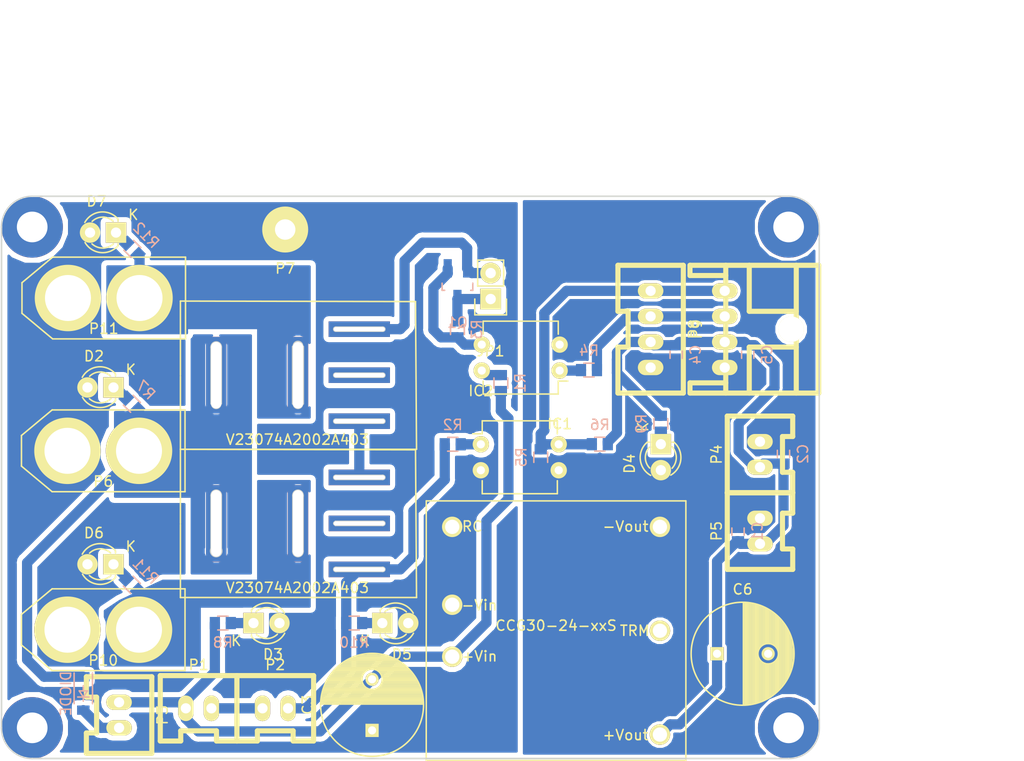
<source format=kicad_pcb>
(kicad_pcb (version 20171130) (host pcbnew "(5.0.0)")

  (general
    (thickness 1.6)
    (drawings 52)
    (tracks 126)
    (zones 0)
    (modules 43)
    (nets 29)
  )

  (page A4)
  (layers
    (0 F.Cu signal)
    (31 B.Cu signal)
    (32 B.Adhes user)
    (33 F.Adhes user)
    (34 B.Paste user)
    (35 F.Paste user)
    (36 B.SilkS user)
    (37 F.SilkS user)
    (38 B.Mask user)
    (39 F.Mask user)
    (40 Dwgs.User user)
    (41 Cmts.User user)
    (42 Eco1.User user)
    (43 Eco2.User user)
    (44 Edge.Cuts user)
    (45 Margin user)
    (46 B.CrtYd user)
    (47 F.CrtYd user)
    (48 B.Fab user)
    (49 F.Fab user)
  )

  (setup
    (last_trace_width 1)
    (user_trace_width 0.5)
    (user_trace_width 1)
    (trace_clearance 0.2)
    (zone_clearance 0.3)
    (zone_45_only no)
    (trace_min 0.2)
    (segment_width 0.2)
    (edge_width 0.15)
    (via_size 0.8)
    (via_drill 0.4)
    (via_min_size 0.4)
    (via_min_drill 0.3)
    (user_via 6 3)
    (uvia_size 0.3)
    (uvia_drill 0.1)
    (uvias_allowed no)
    (uvia_min_size 0.2)
    (uvia_min_drill 0.1)
    (pcb_text_width 0.3)
    (pcb_text_size 1.5 1.5)
    (mod_edge_width 0.15)
    (mod_text_size 1 1)
    (mod_text_width 0.15)
    (pad_size 1.524 1.524)
    (pad_drill 0.762)
    (pad_to_mask_clearance 0.2)
    (aux_axis_origin 0 0)
    (visible_elements 7FFFFFFF)
    (pcbplotparams
      (layerselection 0x01000_fffffffe)
      (usegerberextensions false)
      (usegerberattributes false)
      (usegerberadvancedattributes false)
      (creategerberjobfile false)
      (excludeedgelayer true)
      (linewidth 0.100000)
      (plotframeref false)
      (viasonmask false)
      (mode 1)
      (useauxorigin false)
      (hpglpennumber 1)
      (hpglpenspeed 20)
      (hpglpendiameter 15.000000)
      (psnegative false)
      (psa4output false)
      (plotreference true)
      (plotvalue true)
      (plotinvisibletext false)
      (padsonsilk false)
      (subtractmaskfromsilk false)
      (outputformat 1)
      (mirror false)
      (drillshape 0)
      (scaleselection 1)
      (outputdirectory ""))
  )

  (net 0 "")
  (net 1 +12V)
  (net 2 GND)
  (net 3 +BATT)
  (net 4 "Net-(D1-Pad2)")
  (net 5 GNDPWR)
  (net 6 "Net-(D2-Pad1)")
  (net 7 "Net-(D3-Pad1)")
  (net 8 "Net-(D4-Pad1)")
  (net 9 "Net-(D5-Pad1)")
  (net 10 "Net-(D6-Pad1)")
  (net 11 "Net-(D7-Pad1)")
  (net 12 "Net-(IC1-Pad4)")
  (net 13 "Net-(IC1-Pad3)")
  (net 14 "Net-(IC1-Pad1)")
  (net 15 "Net-(IC2-Pad1)")
  (net 16 /Relay_state)
  (net 17 /24v)
  (net 18 "Net-(P1-Pad1)")
  (net 19 /Coil)
  (net 20 /Forced_shutdown)
  (net 21 /Power_Out)
  (net 22 "Net-(JP1-Pad1)")
  (net 23 /Fun_Out)
  (net 24 "Net-(U1-Pad5)")
  (net 25 /RelayA_Coil_In)
  (net 26 /Coil_Out)
  (net 27 "Net-(U2-Pad4)")
  (net 28 "Net-(U3-Pad4)")

  (net_class Default "これはデフォルトのネット クラスです。"
    (clearance 0.2)
    (trace_width 0.25)
    (via_dia 0.8)
    (via_drill 0.4)
    (uvia_dia 0.3)
    (uvia_drill 0.1)
    (add_net +12V)
    (add_net +BATT)
    (add_net /24v)
    (add_net /Coil)
    (add_net /Coil_Out)
    (add_net /Forced_shutdown)
    (add_net /Fun_Out)
    (add_net /Power_Out)
    (add_net /RelayA_Coil_In)
    (add_net /Relay_state)
    (add_net GND)
    (add_net GNDPWR)
    (add_net "Net-(D1-Pad2)")
    (add_net "Net-(D2-Pad1)")
    (add_net "Net-(D3-Pad1)")
    (add_net "Net-(D4-Pad1)")
    (add_net "Net-(D5-Pad1)")
    (add_net "Net-(D6-Pad1)")
    (add_net "Net-(D7-Pad1)")
    (add_net "Net-(IC1-Pad1)")
    (add_net "Net-(IC1-Pad3)")
    (add_net "Net-(IC1-Pad4)")
    (add_net "Net-(IC2-Pad1)")
    (add_net "Net-(JP1-Pad1)")
    (add_net "Net-(P1-Pad1)")
    (add_net "Net-(U1-Pad5)")
    (add_net "Net-(U2-Pad4)")
    (add_net "Net-(U3-Pad4)")
  )

  (module TO_SOT_Packages_SMD:SOT-23_Handsoldering (layer B.Cu) (tedit 54E9291B) (tstamp 5C6890F5)
    (at 164.6 60.55)
    (descr "SOT-23, Handsoldering")
    (tags SOT-23)
    (path /5C62A97B)
    (attr smd)
    (fp_text reference Q1 (at 0 3.81) (layer B.SilkS)
      (effects (font (size 1 1) (thickness 0.15)) (justify mirror))
    )
    (fp_text value MOSFET_N_123 (at 0 -3.81) (layer B.Fab)
      (effects (font (size 1 1) (thickness 0.15)) (justify mirror))
    )
    (fp_line (start 1.49982 0.65024) (end 1.49982 -0.0508) (layer B.SilkS) (width 0.15))
    (fp_line (start 1.29916 0.65024) (end 1.49982 0.65024) (layer B.SilkS) (width 0.15))
    (fp_line (start -1.49982 0.65024) (end -1.2509 0.65024) (layer B.SilkS) (width 0.15))
    (fp_line (start -1.49982 -0.0508) (end -1.49982 0.65024) (layer B.SilkS) (width 0.15))
    (pad 3 smd rect (at 0 1.50114) (size 0.8001 1.80086) (layers B.Cu B.Paste B.Mask)
      (net 22 "Net-(JP1-Pad1)"))
    (pad 2 smd rect (at 0.95 -1.50114) (size 0.8001 1.80086) (layers B.Cu B.Paste B.Mask)
      (net 26 /Coil_Out))
    (pad 1 smd rect (at -0.95 -1.50114) (size 0.8001 1.80086) (layers B.Cu B.Paste B.Mask)
      (net 13 "Net-(IC1-Pad3)"))
    (model TO_SOT_Packages_SMD.3dshapes/SOT-23_Handsoldering.wrl
      (at (xyz 0 0 0))
      (scale (xyz 1 1 1))
      (rotate (xyz 0 0 0))
    )
  )

  (module LEDs:LED-3MM (layer F.Cu) (tedit 559B82F6) (tstamp 5C6877CF)
    (at 130.95 88 180)
    (descr "LED 3mm round vertical")
    (tags "LED  3mm round vertical")
    (path /5C6497EF)
    (fp_text reference D6 (at 1.91 3.06 180) (layer F.SilkS)
      (effects (font (size 1 1) (thickness 0.15)))
    )
    (fp_text value LED (at 1.3 -2.9 180) (layer F.Fab)
      (effects (font (size 1 1) (thickness 0.15)))
    )
    (fp_line (start -1.2 2.3) (end 3.8 2.3) (layer F.CrtYd) (width 0.05))
    (fp_line (start 3.8 2.3) (end 3.8 -2.2) (layer F.CrtYd) (width 0.05))
    (fp_line (start 3.8 -2.2) (end -1.2 -2.2) (layer F.CrtYd) (width 0.05))
    (fp_line (start -1.2 -2.2) (end -1.2 2.3) (layer F.CrtYd) (width 0.05))
    (fp_line (start -0.199 1.314) (end -0.199 1.114) (layer F.SilkS) (width 0.15))
    (fp_line (start -0.199 -1.28) (end -0.199 -1.1) (layer F.SilkS) (width 0.15))
    (fp_arc (start 1.301 0.034) (end -0.199 -1.286) (angle 108.5) (layer F.SilkS) (width 0.15))
    (fp_arc (start 1.301 0.034) (end 0.25 -1.1) (angle 85.7) (layer F.SilkS) (width 0.15))
    (fp_arc (start 1.311 0.034) (end 3.051 0.994) (angle 110) (layer F.SilkS) (width 0.15))
    (fp_arc (start 1.301 0.034) (end 2.335 1.094) (angle 87.5) (layer F.SilkS) (width 0.15))
    (fp_text user K (at -1.69 1.74 180) (layer F.SilkS)
      (effects (font (size 1 1) (thickness 0.15)))
    )
    (pad 1 thru_hole rect (at 0 0 270) (size 2 2) (drill 1.00076) (layers *.Cu *.Mask F.SilkS)
      (net 10 "Net-(D6-Pad1)"))
    (pad 2 thru_hole circle (at 2.54 0 180) (size 2 2) (drill 1.00076) (layers *.Cu *.Mask F.SilkS)
      (net 5 GNDPWR))
    (model LEDs.3dshapes/LED-3MM.wrl
      (offset (xyz 1.269999980926514 0 0))
      (scale (xyz 1 1 1))
      (rotate (xyz 0 0 90))
    )
  )

  (module RP_KiCAD_Connector:XT60_T (layer F.Cu) (tedit 59A7A6F6) (tstamp 5C65AF78)
    (at 129.95 94.4)
    (path /5C63A084)
    (fp_text reference P10 (at 0 3) (layer F.SilkS)
      (effects (font (size 1 1) (thickness 0.15)))
    )
    (fp_text value POWER_OUT (at 0 -3) (layer F.Fab)
      (effects (font (size 1 1) (thickness 0.15)))
    )
    (fp_line (start -8 1.5) (end -5 4) (layer F.SilkS) (width 0.15))
    (fp_line (start -5 4) (end 8 4) (layer F.SilkS) (width 0.15))
    (fp_line (start -8 -1.5) (end -5 -4) (layer F.SilkS) (width 0.15))
    (fp_line (start -5 -4) (end 8 -4) (layer F.SilkS) (width 0.15))
    (fp_line (start -8 -1.5) (end -8 1.5) (layer F.SilkS) (width 0.15))
    (fp_line (start 8 -4) (end 8 4) (layer F.SilkS) (width 0.15))
    (pad 1 thru_hole circle (at -3.5 0) (size 6.5 6.5) (drill 4.5) (layers *.Cu *.Mask F.SilkS)
      (net 5 GNDPWR))
    (pad 2 thru_hole circle (at 3.5 0) (size 6.5 6.5) (drill 4.5) (layers *.Cu *.Mask F.SilkS)
      (net 21 /Power_Out))
    (model conn_XT/XT60_M.wrl
      (at (xyz 0 0 0))
      (scale (xyz 4 4 4))
      (rotate (xyz 0 0 0))
    )
  )

  (module Resistors_SMD:R_0603 (layer B.Cu) (tedit 581D9C24) (tstamp 5C65AFFC)
    (at 132.75 90 135)
    (descr "Resistor SMD 0603, reflow soldering, Vishay (see dcrcw.pdf)")
    (tags "resistor 0603")
    (path /5C6497F5)
    (attr smd)
    (fp_text reference R11 (at 0 1.9 135) (layer B.SilkS)
      (effects (font (size 1 1) (thickness 0.15)) (justify mirror))
    )
    (fp_text value 4.7k (at 0 -1.9 135) (layer B.Fab)
      (effects (font (size 1 1) (thickness 0.15)) (justify mirror))
    )
    (fp_line (start -1.3 0.8) (end 1.3 0.8) (layer B.CrtYd) (width 0.05))
    (fp_line (start -1.3 -0.8) (end 1.3 -0.8) (layer B.CrtYd) (width 0.05))
    (fp_line (start -1.3 0.8) (end -1.3 -0.8) (layer B.CrtYd) (width 0.05))
    (fp_line (start 1.3 0.8) (end 1.3 -0.8) (layer B.CrtYd) (width 0.05))
    (fp_line (start 0.5 -0.675) (end -0.5 -0.675) (layer B.SilkS) (width 0.15))
    (fp_line (start -0.5 0.675) (end 0.5 0.675) (layer B.SilkS) (width 0.15))
    (pad 1 smd rect (at -0.78 0 135) (size 1 1.2) (layers B.Cu B.Paste B.Mask)
      (net 21 /Power_Out))
    (pad 2 smd rect (at 0.78 0 135) (size 1 1.2) (layers B.Cu B.Paste B.Mask)
      (net 10 "Net-(D6-Pad1)"))
    (model Resistors_SMD.3dshapes/R_0603.wrl
      (at (xyz 0 0 0))
      (scale (xyz 1 1 1))
      (rotate (xyz 0 0 0))
    )
  )

  (module Capacitors_SMD:C_0603 (layer B.Cu) (tedit 581D9BE1) (tstamp 5C689456)
    (at 192.05 84.8 90)
    (descr "Capacitor SMD 0603, reflow soldering, AVX (see smccp.pdf)")
    (tags "capacitor 0603")
    (path /5C5F8BB1)
    (attr smd)
    (fp_text reference C1 (at 0 1.9 90) (layer B.SilkS)
      (effects (font (size 1 1) (thickness 0.15)) (justify mirror))
    )
    (fp_text value 0.1u (at 0 -1.9 90) (layer B.Fab)
      (effects (font (size 1 1) (thickness 0.15)) (justify mirror))
    )
    (fp_line (start -0.8 -0.4) (end -0.8 0.4) (layer B.Fab) (width 0.15))
    (fp_line (start 0.8 -0.4) (end -0.8 -0.4) (layer B.Fab) (width 0.15))
    (fp_line (start 0.8 0.4) (end 0.8 -0.4) (layer B.Fab) (width 0.15))
    (fp_line (start -0.8 0.4) (end 0.8 0.4) (layer B.Fab) (width 0.15))
    (fp_line (start -1.45 0.75) (end 1.45 0.75) (layer B.CrtYd) (width 0.05))
    (fp_line (start -1.45 -0.75) (end 1.45 -0.75) (layer B.CrtYd) (width 0.05))
    (fp_line (start -1.45 0.75) (end -1.45 -0.75) (layer B.CrtYd) (width 0.05))
    (fp_line (start 1.45 0.75) (end 1.45 -0.75) (layer B.CrtYd) (width 0.05))
    (fp_line (start -0.35 0.6) (end 0.35 0.6) (layer B.SilkS) (width 0.15))
    (fp_line (start 0.35 -0.6) (end -0.35 -0.6) (layer B.SilkS) (width 0.15))
    (pad 1 smd rect (at -0.95 0 90) (size 1 1.2) (layers B.Cu B.Paste B.Mask)
      (net 1 +12V))
    (pad 2 smd rect (at 0.93 0 90) (size 1 1.2) (layers B.Cu B.Paste B.Mask)
      (net 2 GND))
    (model Capacitors_SMD.3dshapes/C_0603.wrl
      (at (xyz 0 0 0))
      (scale (xyz 1 1 1))
      (rotate (xyz 0 0 0))
    )
  )

  (module Capacitors_SMD:C_0603 (layer B.Cu) (tedit 581D9BE1) (tstamp 5C689483)
    (at 196.5 77.2 90)
    (descr "Capacitor SMD 0603, reflow soldering, AVX (see smccp.pdf)")
    (tags "capacitor 0603")
    (path /5C5F91D8)
    (attr smd)
    (fp_text reference C2 (at 0 1.9 90) (layer B.SilkS)
      (effects (font (size 1 1) (thickness 0.15)) (justify mirror))
    )
    (fp_text value 0.1u (at 0 -1.9 90) (layer B.Fab)
      (effects (font (size 1 1) (thickness 0.15)) (justify mirror))
    )
    (fp_line (start 0.35 -0.6) (end -0.35 -0.6) (layer B.SilkS) (width 0.15))
    (fp_line (start -0.35 0.6) (end 0.35 0.6) (layer B.SilkS) (width 0.15))
    (fp_line (start 1.45 0.75) (end 1.45 -0.75) (layer B.CrtYd) (width 0.05))
    (fp_line (start -1.45 0.75) (end -1.45 -0.75) (layer B.CrtYd) (width 0.05))
    (fp_line (start -1.45 -0.75) (end 1.45 -0.75) (layer B.CrtYd) (width 0.05))
    (fp_line (start -1.45 0.75) (end 1.45 0.75) (layer B.CrtYd) (width 0.05))
    (fp_line (start -0.8 0.4) (end 0.8 0.4) (layer B.Fab) (width 0.15))
    (fp_line (start 0.8 0.4) (end 0.8 -0.4) (layer B.Fab) (width 0.15))
    (fp_line (start 0.8 -0.4) (end -0.8 -0.4) (layer B.Fab) (width 0.15))
    (fp_line (start -0.8 -0.4) (end -0.8 0.4) (layer B.Fab) (width 0.15))
    (pad 2 smd rect (at 0.93 0 90) (size 1 1.2) (layers B.Cu B.Paste B.Mask)
      (net 2 GND))
    (pad 1 smd rect (at -0.95 0 90) (size 1 1.2) (layers B.Cu B.Paste B.Mask)
      (net 1 +12V))
    (model Capacitors_SMD.3dshapes/C_0603.wrl
      (at (xyz 0 0 0))
      (scale (xyz 1 1 1))
      (rotate (xyz 0 0 0))
    )
  )

  (module Capacitors_SMD:C_0603 (layer B.Cu) (tedit 581D9BE1) (tstamp 5C65AE4F)
    (at 186 67.5 90)
    (descr "Capacitor SMD 0603, reflow soldering, AVX (see smccp.pdf)")
    (tags "capacitor 0603")
    (path /5C624173)
    (attr smd)
    (fp_text reference C4 (at 0 1.9 90) (layer B.SilkS)
      (effects (font (size 1 1) (thickness 0.15)) (justify mirror))
    )
    (fp_text value 0.1u (at 0 -1.9 90) (layer B.Fab)
      (effects (font (size 1 1) (thickness 0.15)) (justify mirror))
    )
    (fp_line (start 0.35 -0.6) (end -0.35 -0.6) (layer B.SilkS) (width 0.15))
    (fp_line (start -0.35 0.6) (end 0.35 0.6) (layer B.SilkS) (width 0.15))
    (fp_line (start 1.45 0.75) (end 1.45 -0.75) (layer B.CrtYd) (width 0.05))
    (fp_line (start -1.45 0.75) (end -1.45 -0.75) (layer B.CrtYd) (width 0.05))
    (fp_line (start -1.45 -0.75) (end 1.45 -0.75) (layer B.CrtYd) (width 0.05))
    (fp_line (start -1.45 0.75) (end 1.45 0.75) (layer B.CrtYd) (width 0.05))
    (fp_line (start -0.8 0.4) (end 0.8 0.4) (layer B.Fab) (width 0.15))
    (fp_line (start 0.8 0.4) (end 0.8 -0.4) (layer B.Fab) (width 0.15))
    (fp_line (start 0.8 -0.4) (end -0.8 -0.4) (layer B.Fab) (width 0.15))
    (fp_line (start -0.8 -0.4) (end -0.8 0.4) (layer B.Fab) (width 0.15))
    (pad 2 smd rect (at 0.93 0 90) (size 1 1.2) (layers B.Cu B.Paste B.Mask)
      (net 1 +12V))
    (pad 1 smd rect (at -0.95 0 90) (size 1 1.2) (layers B.Cu B.Paste B.Mask)
      (net 2 GND))
    (model Capacitors_SMD.3dshapes/C_0603.wrl
      (at (xyz 0 0 0))
      (scale (xyz 1 1 1))
      (rotate (xyz 0 0 0))
    )
  )

  (module Capacitors_SMD:C_0603 (layer B.Cu) (tedit 581D9BE1) (tstamp 5C65AE5F)
    (at 193 67.5 90)
    (descr "Capacitor SMD 0603, reflow soldering, AVX (see smccp.pdf)")
    (tags "capacitor 0603")
    (path /5C63DCC1)
    (attr smd)
    (fp_text reference C5 (at 0 1.9 90) (layer B.SilkS)
      (effects (font (size 1 1) (thickness 0.15)) (justify mirror))
    )
    (fp_text value 0.1u (at 0 -1.9 90) (layer B.Fab)
      (effects (font (size 1 1) (thickness 0.15)) (justify mirror))
    )
    (fp_line (start -0.8 -0.4) (end -0.8 0.4) (layer B.Fab) (width 0.15))
    (fp_line (start 0.8 -0.4) (end -0.8 -0.4) (layer B.Fab) (width 0.15))
    (fp_line (start 0.8 0.4) (end 0.8 -0.4) (layer B.Fab) (width 0.15))
    (fp_line (start -0.8 0.4) (end 0.8 0.4) (layer B.Fab) (width 0.15))
    (fp_line (start -1.45 0.75) (end 1.45 0.75) (layer B.CrtYd) (width 0.05))
    (fp_line (start -1.45 -0.75) (end 1.45 -0.75) (layer B.CrtYd) (width 0.05))
    (fp_line (start -1.45 0.75) (end -1.45 -0.75) (layer B.CrtYd) (width 0.05))
    (fp_line (start 1.45 0.75) (end 1.45 -0.75) (layer B.CrtYd) (width 0.05))
    (fp_line (start -0.35 0.6) (end 0.35 0.6) (layer B.SilkS) (width 0.15))
    (fp_line (start 0.35 -0.6) (end -0.35 -0.6) (layer B.SilkS) (width 0.15))
    (pad 1 smd rect (at -0.95 0 90) (size 1 1.2) (layers B.Cu B.Paste B.Mask)
      (net 2 GND))
    (pad 2 smd rect (at 0.93 0 90) (size 1 1.2) (layers B.Cu B.Paste B.Mask)
      (net 1 +12V))
    (model Capacitors_SMD.3dshapes/C_0603.wrl
      (at (xyz 0 0 0))
      (scale (xyz 1 1 1))
      (rotate (xyz 0 0 0))
    )
  )

  (module Mizz_lib:SOD-123 (layer B.Cu) (tedit 5B67B1FE) (tstamp 5C6899C9)
    (at 128 100.635 270)
    (descr SOD-123)
    (tags SOD-123)
    (path /5C5F96CC)
    (attr smd)
    (fp_text reference D1 (at 0 2 270) (layer B.Fab)
      (effects (font (size 1 1) (thickness 0.15)) (justify mirror))
    )
    (fp_text value DIODE (at 0 1.7 270) (layer B.SilkS)
      (effects (font (size 1 1) (thickness 0.15)) (justify mirror))
    )
    (fp_line (start -0.25 0) (end -0.75 0) (layer B.SilkS) (width 0.15))
    (fp_line (start -0.25 -0.4) (end 0.35 0) (layer B.SilkS) (width 0.15))
    (fp_line (start -0.25 0.4) (end -0.25 -0.4) (layer B.SilkS) (width 0.15))
    (fp_line (start 0.35 0) (end -0.25 0.4) (layer B.SilkS) (width 0.15))
    (fp_line (start 0.35 0) (end 0.35 -0.55) (layer B.SilkS) (width 0.15))
    (fp_line (start 0.35 0) (end 0.35 0.55) (layer B.SilkS) (width 0.15))
    (fp_line (start 0.75 0) (end 0.35 0) (layer B.SilkS) (width 0.15))
    (fp_line (start -1.35 -0.8) (end -1.35 0.8) (layer B.Fab) (width 0.15))
    (fp_line (start 1.35 -0.8) (end -1.35 -0.8) (layer B.Fab) (width 0.15))
    (fp_line (start 1.35 0.8) (end 1.35 -0.8) (layer B.Fab) (width 0.15))
    (fp_line (start -1.35 0.8) (end 1.35 0.8) (layer B.Fab) (width 0.15))
    (fp_line (start -2.25 1.05) (end 2.25 1.05) (layer B.CrtYd) (width 0.05))
    (fp_line (start 2.25 1.05) (end 2.25 -1.05) (layer B.CrtYd) (width 0.05))
    (fp_line (start 2.25 -1.05) (end -2.25 -1.05) (layer B.CrtYd) (width 0.05))
    (fp_line (start -2.25 1.05) (end -2.25 -1.05) (layer B.CrtYd) (width 0.05))
    (fp_line (start -2 -0.9) (end 1 -0.9) (layer B.SilkS) (width 0.15))
    (fp_line (start -2 0.9) (end 1 0.9) (layer B.SilkS) (width 0.15))
    (pad 1 smd rect (at -1.635 0 270) (size 0.91 1.22) (layers B.Cu B.Paste B.Mask)
      (net 3 +BATT))
    (pad 2 smd rect (at 1.635 0 270) (size 0.91 1.22) (layers B.Cu B.Paste B.Mask)
      (net 4 "Net-(D1-Pad2)"))
    (model ${KISYS3DMOD}/Diodes_SMD.3dshapes/SOD-123.wrl
      (at (xyz 0 0 0))
      (scale (xyz 1 1 1))
      (rotate (xyz 0 0 0))
    )
  )

  (module LEDs:LED-3MM (layer F.Cu) (tedit 559B82F6) (tstamp 5C6877FF)
    (at 130.95 70.7 180)
    (descr "LED 3mm round vertical")
    (tags "LED  3mm round vertical")
    (path /5C55BC9C)
    (fp_text reference D2 (at 1.91 3.06 180) (layer F.SilkS)
      (effects (font (size 1 1) (thickness 0.15)))
    )
    (fp_text value LED (at 1.3 -2.9 180) (layer F.Fab)
      (effects (font (size 1 1) (thickness 0.15)))
    )
    (fp_text user K (at -1.69 1.74 180) (layer F.SilkS)
      (effects (font (size 1 1) (thickness 0.15)))
    )
    (fp_arc (start 1.301 0.034) (end 2.335 1.094) (angle 87.5) (layer F.SilkS) (width 0.15))
    (fp_arc (start 1.311 0.034) (end 3.051 0.994) (angle 110) (layer F.SilkS) (width 0.15))
    (fp_arc (start 1.301 0.034) (end 0.25 -1.1) (angle 85.7) (layer F.SilkS) (width 0.15))
    (fp_arc (start 1.301 0.034) (end -0.199 -1.286) (angle 108.5) (layer F.SilkS) (width 0.15))
    (fp_line (start -0.199 -1.28) (end -0.199 -1.1) (layer F.SilkS) (width 0.15))
    (fp_line (start -0.199 1.314) (end -0.199 1.114) (layer F.SilkS) (width 0.15))
    (fp_line (start -1.2 -2.2) (end -1.2 2.3) (layer F.CrtYd) (width 0.05))
    (fp_line (start 3.8 -2.2) (end -1.2 -2.2) (layer F.CrtYd) (width 0.05))
    (fp_line (start 3.8 2.3) (end 3.8 -2.2) (layer F.CrtYd) (width 0.05))
    (fp_line (start -1.2 2.3) (end 3.8 2.3) (layer F.CrtYd) (width 0.05))
    (pad 2 thru_hole circle (at 2.54 0 180) (size 2 2) (drill 1.00076) (layers *.Cu *.Mask F.SilkS)
      (net 5 GNDPWR))
    (pad 1 thru_hole rect (at 0 0 270) (size 2 2) (drill 1.00076) (layers *.Cu *.Mask F.SilkS)
      (net 6 "Net-(D2-Pad1)"))
    (model LEDs.3dshapes/LED-3MM.wrl
      (offset (xyz 1.269999980926514 0 0))
      (scale (xyz 1 1 1))
      (rotate (xyz 0 0 90))
    )
  )

  (module LEDs:LED-3MM (layer F.Cu) (tedit 559B82F6) (tstamp 5C65AE98)
    (at 144.65 93.75)
    (descr "LED 3mm round vertical")
    (tags "LED  3mm round vertical")
    (path /5C55BD95)
    (fp_text reference D3 (at 1.91 3.06) (layer F.SilkS)
      (effects (font (size 1 1) (thickness 0.15)))
    )
    (fp_text value LED (at 1.3 -2.9) (layer F.Fab)
      (effects (font (size 1 1) (thickness 0.15)))
    )
    (fp_text user K (at -1.69 1.74) (layer F.SilkS)
      (effects (font (size 1 1) (thickness 0.15)))
    )
    (fp_arc (start 1.301 0.034) (end 2.335 1.094) (angle 87.5) (layer F.SilkS) (width 0.15))
    (fp_arc (start 1.311 0.034) (end 3.051 0.994) (angle 110) (layer F.SilkS) (width 0.15))
    (fp_arc (start 1.301 0.034) (end 0.25 -1.1) (angle 85.7) (layer F.SilkS) (width 0.15))
    (fp_arc (start 1.301 0.034) (end -0.199 -1.286) (angle 108.5) (layer F.SilkS) (width 0.15))
    (fp_line (start -0.199 -1.28) (end -0.199 -1.1) (layer F.SilkS) (width 0.15))
    (fp_line (start -0.199 1.314) (end -0.199 1.114) (layer F.SilkS) (width 0.15))
    (fp_line (start -1.2 -2.2) (end -1.2 2.3) (layer F.CrtYd) (width 0.05))
    (fp_line (start 3.8 -2.2) (end -1.2 -2.2) (layer F.CrtYd) (width 0.05))
    (fp_line (start 3.8 2.3) (end 3.8 -2.2) (layer F.CrtYd) (width 0.05))
    (fp_line (start -1.2 2.3) (end 3.8 2.3) (layer F.CrtYd) (width 0.05))
    (pad 2 thru_hole circle (at 2.54 0) (size 2 2) (drill 1.00076) (layers *.Cu *.Mask F.SilkS)
      (net 5 GNDPWR))
    (pad 1 thru_hole rect (at 0 0 90) (size 2 2) (drill 1.00076) (layers *.Cu *.Mask F.SilkS)
      (net 7 "Net-(D3-Pad1)"))
    (model LEDs.3dshapes/LED-3MM.wrl
      (offset (xyz 1.269999980926514 0 0))
      (scale (xyz 1 1 1))
      (rotate (xyz 0 0 90))
    )
  )

  (module LEDs:LED-3MM (layer F.Cu) (tedit 559B82F6) (tstamp 5C65AEA9)
    (at 184.5 76.25 270)
    (descr "LED 3mm round vertical")
    (tags "LED  3mm round vertical")
    (path /5C55BE1E)
    (fp_text reference D4 (at 1.91 3.06 270) (layer F.SilkS)
      (effects (font (size 1 1) (thickness 0.15)))
    )
    (fp_text value LED (at 1.3 -2.9 270) (layer F.Fab)
      (effects (font (size 1 1) (thickness 0.15)))
    )
    (fp_line (start -1.2 2.3) (end 3.8 2.3) (layer F.CrtYd) (width 0.05))
    (fp_line (start 3.8 2.3) (end 3.8 -2.2) (layer F.CrtYd) (width 0.05))
    (fp_line (start 3.8 -2.2) (end -1.2 -2.2) (layer F.CrtYd) (width 0.05))
    (fp_line (start -1.2 -2.2) (end -1.2 2.3) (layer F.CrtYd) (width 0.05))
    (fp_line (start -0.199 1.314) (end -0.199 1.114) (layer F.SilkS) (width 0.15))
    (fp_line (start -0.199 -1.28) (end -0.199 -1.1) (layer F.SilkS) (width 0.15))
    (fp_arc (start 1.301 0.034) (end -0.199 -1.286) (angle 108.5) (layer F.SilkS) (width 0.15))
    (fp_arc (start 1.301 0.034) (end 0.25 -1.1) (angle 85.7) (layer F.SilkS) (width 0.15))
    (fp_arc (start 1.311 0.034) (end 3.051 0.994) (angle 110) (layer F.SilkS) (width 0.15))
    (fp_arc (start 1.301 0.034) (end 2.335 1.094) (angle 87.5) (layer F.SilkS) (width 0.15))
    (fp_text user K (at -1.69 1.74 270) (layer F.SilkS)
      (effects (font (size 1 1) (thickness 0.15)))
    )
    (pad 1 thru_hole rect (at 0 0) (size 2 2) (drill 1.00076) (layers *.Cu *.Mask F.SilkS)
      (net 8 "Net-(D4-Pad1)"))
    (pad 2 thru_hole circle (at 2.54 0 270) (size 2 2) (drill 1.00076) (layers *.Cu *.Mask F.SilkS)
      (net 2 GND))
    (model LEDs.3dshapes/LED-3MM.wrl
      (offset (xyz 1.269999980926514 0 0))
      (scale (xyz 1 1 1))
      (rotate (xyz 0 0 90))
    )
  )

  (module LEDs:LED-3MM (layer F.Cu) (tedit 559B82F6) (tstamp 5C65AEBA)
    (at 157.25 93.75)
    (descr "LED 3mm round vertical")
    (tags "LED  3mm round vertical")
    (path /5C55C32E)
    (fp_text reference D5 (at 1.91 3.06) (layer F.SilkS)
      (effects (font (size 1 1) (thickness 0.15)))
    )
    (fp_text value LED (at 1.3 -2.9) (layer F.Fab)
      (effects (font (size 1 1) (thickness 0.15)))
    )
    (fp_text user K (at -1.69 1.74) (layer F.SilkS)
      (effects (font (size 1 1) (thickness 0.15)))
    )
    (fp_arc (start 1.301 0.034) (end 2.335 1.094) (angle 87.5) (layer F.SilkS) (width 0.15))
    (fp_arc (start 1.311 0.034) (end 3.051 0.994) (angle 110) (layer F.SilkS) (width 0.15))
    (fp_arc (start 1.301 0.034) (end 0.25 -1.1) (angle 85.7) (layer F.SilkS) (width 0.15))
    (fp_arc (start 1.301 0.034) (end -0.199 -1.286) (angle 108.5) (layer F.SilkS) (width 0.15))
    (fp_line (start -0.199 -1.28) (end -0.199 -1.1) (layer F.SilkS) (width 0.15))
    (fp_line (start -0.199 1.314) (end -0.199 1.114) (layer F.SilkS) (width 0.15))
    (fp_line (start -1.2 -2.2) (end -1.2 2.3) (layer F.CrtYd) (width 0.05))
    (fp_line (start 3.8 -2.2) (end -1.2 -2.2) (layer F.CrtYd) (width 0.05))
    (fp_line (start 3.8 2.3) (end 3.8 -2.2) (layer F.CrtYd) (width 0.05))
    (fp_line (start -1.2 2.3) (end 3.8 2.3) (layer F.CrtYd) (width 0.05))
    (pad 2 thru_hole circle (at 2.54 0) (size 2 2) (drill 1.00076) (layers *.Cu *.Mask F.SilkS)
      (net 5 GNDPWR))
    (pad 1 thru_hole rect (at 0 0 90) (size 2 2) (drill 1.00076) (layers *.Cu *.Mask F.SilkS)
      (net 9 "Net-(D5-Pad1)"))
    (model LEDs.3dshapes/LED-3MM.wrl
      (offset (xyz 1.269999980926514 0 0))
      (scale (xyz 1 1 1))
      (rotate (xyz 0 0 90))
    )
  )

  (module LEDs:LED-3MM (layer F.Cu) (tedit 559B82F6) (tstamp 5C68779F)
    (at 131.2 55.55 180)
    (descr "LED 3mm round vertical")
    (tags "LED  3mm round vertical")
    (path /5C64B009)
    (fp_text reference D7 (at 1.91 3.06 180) (layer F.SilkS)
      (effects (font (size 1 1) (thickness 0.15)))
    )
    (fp_text value LED (at 1.3 -2.9 180) (layer F.Fab)
      (effects (font (size 1 1) (thickness 0.15)))
    )
    (fp_line (start -1.2 2.3) (end 3.8 2.3) (layer F.CrtYd) (width 0.05))
    (fp_line (start 3.8 2.3) (end 3.8 -2.2) (layer F.CrtYd) (width 0.05))
    (fp_line (start 3.8 -2.2) (end -1.2 -2.2) (layer F.CrtYd) (width 0.05))
    (fp_line (start -1.2 -2.2) (end -1.2 2.3) (layer F.CrtYd) (width 0.05))
    (fp_line (start -0.199 1.314) (end -0.199 1.114) (layer F.SilkS) (width 0.15))
    (fp_line (start -0.199 -1.28) (end -0.199 -1.1) (layer F.SilkS) (width 0.15))
    (fp_arc (start 1.301 0.034) (end -0.199 -1.286) (angle 108.5) (layer F.SilkS) (width 0.15))
    (fp_arc (start 1.301 0.034) (end 0.25 -1.1) (angle 85.7) (layer F.SilkS) (width 0.15))
    (fp_arc (start 1.311 0.034) (end 3.051 0.994) (angle 110) (layer F.SilkS) (width 0.15))
    (fp_arc (start 1.301 0.034) (end 2.335 1.094) (angle 87.5) (layer F.SilkS) (width 0.15))
    (fp_text user K (at -1.69 1.74 180) (layer F.SilkS)
      (effects (font (size 1 1) (thickness 0.15)))
    )
    (pad 1 thru_hole rect (at 0 0 270) (size 2 2) (drill 1.00076) (layers *.Cu *.Mask F.SilkS)
      (net 11 "Net-(D7-Pad1)"))
    (pad 2 thru_hole circle (at 2.54 0 180) (size 2 2) (drill 1.00076) (layers *.Cu *.Mask F.SilkS)
      (net 5 GNDPWR))
    (model LEDs.3dshapes/LED-3MM.wrl
      (offset (xyz 1.269999980926514 0 0))
      (scale (xyz 1 1 1))
      (rotate (xyz 0 0 90))
    )
  )

  (module Housings_DIP:DIP-4_W7.62mm (layer F.Cu) (tedit 54130A77) (tstamp 5C68903D)
    (at 174.6 69.05 180)
    (descr "4-lead dip package, row spacing 7.62 mm (300 mils)")
    (tags "dil dip 2.54 300")
    (path /5C622CB4)
    (fp_text reference IC1 (at 0 -5.22 180) (layer F.SilkS)
      (effects (font (size 1 1) (thickness 0.15)))
    )
    (fp_text value TLP291 (at 0 -3.72 180) (layer F.Fab)
      (effects (font (size 1 1) (thickness 0.15)))
    )
    (fp_line (start -1.05 -2.45) (end -1.05 5) (layer F.CrtYd) (width 0.05))
    (fp_line (start 8.65 -2.45) (end 8.65 5) (layer F.CrtYd) (width 0.05))
    (fp_line (start -1.05 -2.45) (end 8.65 -2.45) (layer F.CrtYd) (width 0.05))
    (fp_line (start -1.05 5) (end 8.65 5) (layer F.CrtYd) (width 0.05))
    (fp_line (start 0.135 -2.295) (end 0.135 -1.025) (layer F.SilkS) (width 0.15))
    (fp_line (start 7.485 -2.295) (end 7.485 -1.025) (layer F.SilkS) (width 0.15))
    (fp_line (start 7.485 4.835) (end 7.485 3.565) (layer F.SilkS) (width 0.15))
    (fp_line (start 0.135 4.835) (end 0.135 3.565) (layer F.SilkS) (width 0.15))
    (fp_line (start 0.135 -2.295) (end 7.485 -2.295) (layer F.SilkS) (width 0.15))
    (fp_line (start 0.135 4.835) (end 7.485 4.835) (layer F.SilkS) (width 0.15))
    (fp_line (start 0.135 -1.025) (end -0.8 -1.025) (layer F.SilkS) (width 0.15))
    (pad 1 thru_hole oval (at 0 0 180) (size 1.6 1.6) (drill 0.8) (layers *.Cu *.Mask F.SilkS)
      (net 14 "Net-(IC1-Pad1)"))
    (pad 2 thru_hole oval (at 0 2.54 180) (size 1.6 1.6) (drill 0.8) (layers *.Cu *.Mask F.SilkS)
      (net 2 GND))
    (pad 3 thru_hole oval (at 7.62 2.54 180) (size 1.6 1.6) (drill 0.8) (layers *.Cu *.Mask F.SilkS)
      (net 13 "Net-(IC1-Pad3)"))
    (pad 4 thru_hole oval (at 7.62 0 180) (size 1.6 1.6) (drill 0.8) (layers *.Cu *.Mask F.SilkS)
      (net 12 "Net-(IC1-Pad4)"))
    (model Housings_DIP.3dshapes/DIP-4_W7.62mm.wrl
      (at (xyz 0 0 0))
      (scale (xyz 1 1 1))
      (rotate (xyz 0 0 0))
    )
  )

  (module Housings_DIP:DIP-4_W7.62mm (layer F.Cu) (tedit 54130A77) (tstamp 5C689007)
    (at 166.89 76.26)
    (descr "4-lead dip package, row spacing 7.62 mm (300 mils)")
    (tags "dil dip 2.54 300")
    (path /5C622E9E)
    (fp_text reference IC2 (at 0 -5.22) (layer F.SilkS)
      (effects (font (size 1 1) (thickness 0.15)))
    )
    (fp_text value TLP291 (at 0 -3.72) (layer F.Fab)
      (effects (font (size 1 1) (thickness 0.15)))
    )
    (fp_line (start -1.05 -2.45) (end -1.05 5) (layer F.CrtYd) (width 0.05))
    (fp_line (start 8.65 -2.45) (end 8.65 5) (layer F.CrtYd) (width 0.05))
    (fp_line (start -1.05 -2.45) (end 8.65 -2.45) (layer F.CrtYd) (width 0.05))
    (fp_line (start -1.05 5) (end 8.65 5) (layer F.CrtYd) (width 0.05))
    (fp_line (start 0.135 -2.295) (end 0.135 -1.025) (layer F.SilkS) (width 0.15))
    (fp_line (start 7.485 -2.295) (end 7.485 -1.025) (layer F.SilkS) (width 0.15))
    (fp_line (start 7.485 4.835) (end 7.485 3.565) (layer F.SilkS) (width 0.15))
    (fp_line (start 0.135 4.835) (end 0.135 3.565) (layer F.SilkS) (width 0.15))
    (fp_line (start 0.135 -2.295) (end 7.485 -2.295) (layer F.SilkS) (width 0.15))
    (fp_line (start 0.135 4.835) (end 7.485 4.835) (layer F.SilkS) (width 0.15))
    (fp_line (start 0.135 -1.025) (end -0.8 -1.025) (layer F.SilkS) (width 0.15))
    (pad 1 thru_hole oval (at 0 0) (size 1.6 1.6) (drill 0.8) (layers *.Cu *.Mask F.SilkS)
      (net 15 "Net-(IC2-Pad1)"))
    (pad 2 thru_hole oval (at 0 2.54) (size 1.6 1.6) (drill 0.8) (layers *.Cu *.Mask F.SilkS)
      (net 5 GNDPWR))
    (pad 3 thru_hole oval (at 7.62 2.54) (size 1.6 1.6) (drill 0.8) (layers *.Cu *.Mask F.SilkS)
      (net 2 GND))
    (pad 4 thru_hole oval (at 7.62 0) (size 1.6 1.6) (drill 0.8) (layers *.Cu *.Mask F.SilkS)
      (net 16 /Relay_state))
    (model Housings_DIP.3dshapes/DIP-4_W7.62mm.wrl
      (at (xyz 0 0 0))
      (scale (xyz 1 1 1))
      (rotate (xyz 0 0 0))
    )
  )

  (module RP_KiCAD_Connector:XA_2T (layer F.Cu) (tedit 5943A9DF) (tstamp 5C65AF10)
    (at 138.03 102.09)
    (path /5C6365C7)
    (fp_text reference P1 (at 1.25 -4.25) (layer F.SilkS)
      (effects (font (size 1 1) (thickness 0.15)))
    )
    (fp_text value EMERGENCY (at 0 -0.5) (layer F.Fab)
      (effects (font (size 1 1) (thickness 0.15)))
    )
    (fp_line (start -2.5 3.2) (end -0.5 3.2) (layer F.SilkS) (width 0.5))
    (fp_line (start -0.5 3.2) (end -0.5 2.2) (layer F.SilkS) (width 0.5))
    (fp_line (start -0.5 2.2) (end 3 2.2) (layer F.SilkS) (width 0.5))
    (fp_line (start 3 2.2) (end 3 3.2) (layer F.SilkS) (width 0.5))
    (fp_line (start 3 3.2) (end 5 3.2) (layer F.SilkS) (width 0.5))
    (fp_line (start -2.5 -3.2) (end -2.5 3.2) (layer F.SilkS) (width 0.5))
    (fp_line (start 5 3.2) (end 5 -3.2) (layer F.SilkS) (width 0.5))
    (fp_line (start 5 -3.2) (end -2.5 -3.2) (layer F.SilkS) (width 0.5))
    (pad 2 thru_hole oval (at 0 0) (size 1.5 2.5) (drill 1) (layers *.Cu *.Mask F.SilkS)
      (net 17 /24v))
    (pad 1 thru_hole oval (at 2.5 0) (size 1.5 2.5) (drill 1) (layers *.Cu *.Mask F.SilkS)
      (net 18 "Net-(P1-Pad1)"))
    (model conn_XA/XA_2T.wrl
      (offset (xyz 1.269999980926514 0 0))
      (scale (xyz 4 4 4))
      (rotate (xyz -90 0 0))
    )
  )

  (module RP_KiCAD_Connector:XA_2T (layer F.Cu) (tedit 5943A9DF) (tstamp 5C687573)
    (at 145.53 102.09)
    (path /5C636386)
    (fp_text reference P2 (at 1.25 -4.25) (layer F.SilkS)
      (effects (font (size 1 1) (thickness 0.15)))
    )
    (fp_text value EMERGENCY (at 0 -0.5) (layer F.Fab)
      (effects (font (size 1 1) (thickness 0.15)))
    )
    (fp_line (start 5 -3.2) (end -2.5 -3.2) (layer F.SilkS) (width 0.5))
    (fp_line (start 5 3.2) (end 5 -3.2) (layer F.SilkS) (width 0.5))
    (fp_line (start -2.5 -3.2) (end -2.5 3.2) (layer F.SilkS) (width 0.5))
    (fp_line (start 3 3.2) (end 5 3.2) (layer F.SilkS) (width 0.5))
    (fp_line (start 3 2.2) (end 3 3.2) (layer F.SilkS) (width 0.5))
    (fp_line (start -0.5 2.2) (end 3 2.2) (layer F.SilkS) (width 0.5))
    (fp_line (start -0.5 3.2) (end -0.5 2.2) (layer F.SilkS) (width 0.5))
    (fp_line (start -2.5 3.2) (end -0.5 3.2) (layer F.SilkS) (width 0.5))
    (pad 1 thru_hole oval (at 2.5 0) (size 1.5 2.5) (drill 1) (layers *.Cu *.Mask F.SilkS)
      (net 19 /Coil))
    (pad 2 thru_hole oval (at 0 0) (size 1.5 2.5) (drill 1) (layers *.Cu *.Mask F.SilkS)
      (net 18 "Net-(P1-Pad1)"))
    (model conn_XA/XA_2T.wrl
      (offset (xyz 1.269999980926514 0 0))
      (scale (xyz 4 4 4))
      (rotate (xyz -90 0 0))
    )
  )

  (module RP_KiCAD_Connector:XA_2T (layer F.Cu) (tedit 5943A9DF) (tstamp 5C68942D)
    (at 194.2 78.5 90)
    (path /5C5F890B)
    (fp_text reference P4 (at 1.25 -4.25 90) (layer F.SilkS)
      (effects (font (size 1 1) (thickness 0.15)))
    )
    (fp_text value 12v (at 0 -0.5 90) (layer F.Fab)
      (effects (font (size 1 1) (thickness 0.15)))
    )
    (fp_line (start -2.5 3.2) (end -0.5 3.2) (layer F.SilkS) (width 0.5))
    (fp_line (start -0.5 3.2) (end -0.5 2.2) (layer F.SilkS) (width 0.5))
    (fp_line (start -0.5 2.2) (end 3 2.2) (layer F.SilkS) (width 0.5))
    (fp_line (start 3 2.2) (end 3 3.2) (layer F.SilkS) (width 0.5))
    (fp_line (start 3 3.2) (end 5 3.2) (layer F.SilkS) (width 0.5))
    (fp_line (start -2.5 -3.2) (end -2.5 3.2) (layer F.SilkS) (width 0.5))
    (fp_line (start 5 3.2) (end 5 -3.2) (layer F.SilkS) (width 0.5))
    (fp_line (start 5 -3.2) (end -2.5 -3.2) (layer F.SilkS) (width 0.5))
    (pad 2 thru_hole oval (at 0 0 90) (size 1.5 2.5) (drill 1) (layers *.Cu *.Mask F.SilkS)
      (net 1 +12V))
    (pad 1 thru_hole oval (at 2.5 0 90) (size 1.5 2.5) (drill 1) (layers *.Cu *.Mask F.SilkS)
      (net 2 GND))
    (model conn_XA/XA_2T.wrl
      (offset (xyz 1.269999980926514 0 0))
      (scale (xyz 4 4 4))
      (rotate (xyz -90 0 0))
    )
  )

  (module RP_KiCAD_Connector:XA_2T (layer F.Cu) (tedit 5943A9DF) (tstamp 5C689406)
    (at 194.2 86 90)
    (path /5C5F91CC)
    (fp_text reference P5 (at 1.25 -4.25 90) (layer F.SilkS)
      (effects (font (size 1 1) (thickness 0.15)))
    )
    (fp_text value 12v (at 0 -0.5 90) (layer F.Fab)
      (effects (font (size 1 1) (thickness 0.15)))
    )
    (fp_line (start 5 -3.2) (end -2.5 -3.2) (layer F.SilkS) (width 0.5))
    (fp_line (start 5 3.2) (end 5 -3.2) (layer F.SilkS) (width 0.5))
    (fp_line (start -2.5 -3.2) (end -2.5 3.2) (layer F.SilkS) (width 0.5))
    (fp_line (start 3 3.2) (end 5 3.2) (layer F.SilkS) (width 0.5))
    (fp_line (start 3 2.2) (end 3 3.2) (layer F.SilkS) (width 0.5))
    (fp_line (start -0.5 2.2) (end 3 2.2) (layer F.SilkS) (width 0.5))
    (fp_line (start -0.5 3.2) (end -0.5 2.2) (layer F.SilkS) (width 0.5))
    (fp_line (start -2.5 3.2) (end -0.5 3.2) (layer F.SilkS) (width 0.5))
    (pad 1 thru_hole oval (at 2.5 0 90) (size 1.5 2.5) (drill 1) (layers *.Cu *.Mask F.SilkS)
      (net 2 GND))
    (pad 2 thru_hole oval (at 0 0 90) (size 1.5 2.5) (drill 1) (layers *.Cu *.Mask F.SilkS)
      (net 1 +12V))
    (model conn_XA/XA_2T.wrl
      (offset (xyz 1.269999980926514 0 0))
      (scale (xyz 4 4 4))
      (rotate (xyz -90 0 0))
    )
  )

  (module RP_KiCAD_Connector:XT60_T (layer F.Cu) (tedit 59A7A6F6) (tstamp 5C65AF46)
    (at 129.95 76.9)
    (path /5C55BAC0)
    (fp_text reference P6 (at 0 3) (layer F.SilkS)
      (effects (font (size 1 1) (thickness 0.15)))
    )
    (fp_text value POWER_IN (at 0 -3) (layer F.Fab)
      (effects (font (size 1 1) (thickness 0.15)))
    )
    (fp_line (start 8 -4) (end 8 4) (layer F.SilkS) (width 0.15))
    (fp_line (start -8 -1.5) (end -8 1.5) (layer F.SilkS) (width 0.15))
    (fp_line (start -5 -4) (end 8 -4) (layer F.SilkS) (width 0.15))
    (fp_line (start -8 -1.5) (end -5 -4) (layer F.SilkS) (width 0.15))
    (fp_line (start -5 4) (end 8 4) (layer F.SilkS) (width 0.15))
    (fp_line (start -8 1.5) (end -5 4) (layer F.SilkS) (width 0.15))
    (pad 2 thru_hole circle (at 3.5 0) (size 6.5 6.5) (drill 4.5) (layers *.Cu *.Mask F.SilkS)
      (net 3 +BATT))
    (pad 1 thru_hole circle (at -3.5 0) (size 6.5 6.5) (drill 4.5) (layers *.Cu *.Mask F.SilkS)
      (net 5 GNDPWR))
    (model conn_XT/XT60_M.wrl
      (at (xyz 0 0 0))
      (scale (xyz 4 4 4))
      (rotate (xyz 0 0 0))
    )
  )

  (module RP_KiCAD_Connector:XA_4T (layer F.Cu) (tedit 5C62618D) (tstamp 5C65AF56)
    (at 183.5 61.25 270)
    (path /5C623A0A)
    (fp_text reference P8 (at 3.75 -4.25 270) (layer F.SilkS)
      (effects (font (size 1 1) (thickness 0.15)))
    )
    (fp_text value main-signal (at 0 -0.5 270) (layer F.Fab)
      (effects (font (size 1 1) (thickness 0.15)))
    )
    (fp_line (start -2.5 3.2) (end 2 3.2) (layer F.SilkS) (width 0.5))
    (fp_line (start 2 3.2) (end 2 2.2) (layer F.SilkS) (width 0.5))
    (fp_line (start 2 2.2) (end 5.5 2.2) (layer F.SilkS) (width 0.5))
    (fp_line (start 5.5 2.2) (end 5.5 3.2) (layer F.SilkS) (width 0.5))
    (fp_line (start 5.5 3.2) (end 10 3.2) (layer F.SilkS) (width 0.5))
    (fp_line (start 10 -3.2) (end -2.5 -3.2) (layer F.SilkS) (width 0.5))
    (fp_line (start 10 3.2) (end 10 -3.2) (layer F.SilkS) (width 0.5))
    (fp_line (start -2.5 -3.2) (end -2.5 3.2) (layer F.SilkS) (width 0.5))
    (pad 4 thru_hole oval (at 0 0 270) (size 1.5 2.5) (drill 1) (layers *.Cu *.Mask F.SilkS)
      (net 16 /Relay_state))
    (pad 3 thru_hole oval (at 2.5 0 270) (size 1.5 2.5) (drill 1) (layers *.Cu *.Mask F.SilkS)
      (net 20 /Forced_shutdown))
    (pad 2 thru_hole oval (at 5 0 270) (size 1.5 2.5) (drill 1) (layers *.Cu *.Mask F.SilkS)
      (net 1 +12V))
    (pad 1 thru_hole oval (at 7.5 0 270) (size 1.5 2.5) (drill 1) (layers *.Cu *.Mask F.SilkS)
      (net 2 GND))
    (model conn_XA/XA_4T.wrl
      (offset (xyz 3.809999942779541 0 0))
      (scale (xyz 3.95 3.95 3.95))
      (rotate (xyz -90 0 0))
    )
  )

  (module RP_KiCAD_Connector:XA_4L (layer F.Cu) (tedit 59426B12) (tstamp 5C65AF6C)
    (at 190.75 68.75 90)
    (path /5C63DC1D)
    (fp_text reference P9 (at 3.75 -2.75 90) (layer F.SilkS)
      (effects (font (size 1 1) (thickness 0.15)))
    )
    (fp_text value main-signal (at 0 -0.5 90) (layer F.Fab)
      (effects (font (size 1 1) (thickness 0.15)))
    )
    (fp_line (start 10 -3.4) (end 9 -3.4) (layer F.SilkS) (width 0.5))
    (fp_line (start 9 -3.4) (end 9 0.1) (layer F.SilkS) (width 0.5))
    (fp_line (start -2.5 -3.4) (end -1.5 -3.4) (layer F.SilkS) (width 0.5))
    (fp_line (start -1.5 -3.4) (end -1.5 0.1) (layer F.SilkS) (width 0.5))
    (fp_line (start 10 0.1) (end -2.5 0.1) (layer F.SilkS) (width 0.5))
    (fp_line (start 5.5 2.4) (end 10 2.4) (layer F.SilkS) (width 0.5))
    (fp_line (start 2 2.4) (end -2.5 2.4) (layer F.SilkS) (width 0.5))
    (fp_line (start 5.5 2.4) (end 5.5 7) (layer F.SilkS) (width 0.5))
    (fp_line (start 2 2.4) (end 2 7) (layer F.SilkS) (width 0.5))
    (fp_line (start -2.5 7) (end 10 7) (layer F.SilkS) (width 0.5))
    (fp_line (start 10 -3.4) (end 10 9.2) (layer F.SilkS) (width 0.5))
    (fp_line (start 10 9.2) (end -2.5 9.2) (layer F.SilkS) (width 0.5))
    (fp_line (start -2.5 -3.4) (end -2.5 9.2) (layer F.SilkS) (width 0.5))
    (pad 1 thru_hole oval (at 0 0 90) (size 1.5 2.5) (drill 1) (layers *.Cu *.Mask F.SilkS)
      (net 2 GND))
    (pad 2 thru_hole oval (at 2.5 0 90) (size 1.5 2.5) (drill 1) (layers *.Cu *.Mask F.SilkS)
      (net 1 +12V))
    (pad 3 thru_hole oval (at 5 0 90) (size 1.5 2.5) (drill 1) (layers *.Cu *.Mask F.SilkS)
      (net 20 /Forced_shutdown))
    (pad 4 thru_hole oval (at 7.5 0 90) (size 1.5 2.5) (drill 1) (layers *.Cu *.Mask F.SilkS)
      (net 16 /Relay_state))
    (pad "" np_thru_hole circle (at 3.75 6.5 90) (size 2.5 2.5) (drill 2.5) (layers *.Cu *.Mask F.SilkS))
    (model conn_XA/XA_4S.wrl
      (offset (xyz 3.809999942779541 -5.079999923706055 0))
      (scale (xyz 4 4 4))
      (rotate (xyz 0 0 180))
    )
  )

  (module Resistors_SMD:R_0603 (layer B.Cu) (tedit 581D9C24) (tstamp 5C688F91)
    (at 168.85 70.27 90)
    (descr "Resistor SMD 0603, reflow soldering, Vishay (see dcrcw.pdf)")
    (tags "resistor 0603")
    (path /5C622FD8)
    (attr smd)
    (fp_text reference R1 (at 0 1.9 90) (layer B.SilkS)
      (effects (font (size 1 1) (thickness 0.15)) (justify mirror))
    )
    (fp_text value 2.2k (at 0 -1.9 90) (layer B.Fab)
      (effects (font (size 1 1) (thickness 0.15)) (justify mirror))
    )
    (fp_line (start -1.3 0.8) (end 1.3 0.8) (layer B.CrtYd) (width 0.05))
    (fp_line (start -1.3 -0.8) (end 1.3 -0.8) (layer B.CrtYd) (width 0.05))
    (fp_line (start -1.3 0.8) (end -1.3 -0.8) (layer B.CrtYd) (width 0.05))
    (fp_line (start 1.3 0.8) (end 1.3 -0.8) (layer B.CrtYd) (width 0.05))
    (fp_line (start 0.5 -0.675) (end -0.5 -0.675) (layer B.SilkS) (width 0.15))
    (fp_line (start -0.5 0.675) (end 0.5 0.675) (layer B.SilkS) (width 0.15))
    (pad 1 smd rect (at -0.78 0 90) (size 1 1.2) (layers B.Cu B.Paste B.Mask)
      (net 17 /24v))
    (pad 2 smd rect (at 0.78 0 90) (size 1 1.2) (layers B.Cu B.Paste B.Mask)
      (net 12 "Net-(IC1-Pad4)"))
    (model Resistors_SMD.3dshapes/R_0603.wrl
      (at (xyz 0 0 0))
      (scale (xyz 1 1 1))
      (rotate (xyz 0 0 0))
    )
  )

  (module Resistors_SMD:R_0603 (layer B.Cu) (tedit 581D9C24) (tstamp 5C688F70)
    (at 164.14 76.26 180)
    (descr "Resistor SMD 0603, reflow soldering, Vishay (see dcrcw.pdf)")
    (tags "resistor 0603")
    (path /5C62336E)
    (attr smd)
    (fp_text reference R2 (at 0 1.9 180) (layer B.SilkS)
      (effects (font (size 1 1) (thickness 0.15)) (justify mirror))
    )
    (fp_text value 4.7k (at 0 -1.9 180) (layer B.Fab)
      (effects (font (size 1 1) (thickness 0.15)) (justify mirror))
    )
    (fp_line (start -1.3 0.8) (end 1.3 0.8) (layer B.CrtYd) (width 0.05))
    (fp_line (start -1.3 -0.8) (end 1.3 -0.8) (layer B.CrtYd) (width 0.05))
    (fp_line (start -1.3 0.8) (end -1.3 -0.8) (layer B.CrtYd) (width 0.05))
    (fp_line (start 1.3 0.8) (end 1.3 -0.8) (layer B.CrtYd) (width 0.05))
    (fp_line (start 0.5 -0.675) (end -0.5 -0.675) (layer B.SilkS) (width 0.15))
    (fp_line (start -0.5 0.675) (end 0.5 0.675) (layer B.SilkS) (width 0.15))
    (pad 1 smd rect (at -0.78 0 180) (size 1 1.2) (layers B.Cu B.Paste B.Mask)
      (net 15 "Net-(IC2-Pad1)"))
    (pad 2 smd rect (at 0.78 0 180) (size 1 1.2) (layers B.Cu B.Paste B.Mask)
      (net 19 /Coil))
    (model Resistors_SMD.3dshapes/R_0603.wrl
      (at (xyz 0 0 0))
      (scale (xyz 1 1 1))
      (rotate (xyz 0 0 0))
    )
  )

  (module Resistors_SMD:R_0603 (layer B.Cu) (tedit 581D9C24) (tstamp 5C688F16)
    (at 164.6 65.02 90)
    (descr "Resistor SMD 0603, reflow soldering, Vishay (see dcrcw.pdf)")
    (tags "resistor 0603")
    (path /5C62A7D0)
    (attr smd)
    (fp_text reference R3 (at 0 1.9 90) (layer B.SilkS)
      (effects (font (size 1 1) (thickness 0.15)) (justify mirror))
    )
    (fp_text value 2.2k (at 0 -1.9 90) (layer B.Fab)
      (effects (font (size 1 1) (thickness 0.15)) (justify mirror))
    )
    (fp_line (start -0.5 0.675) (end 0.5 0.675) (layer B.SilkS) (width 0.15))
    (fp_line (start 0.5 -0.675) (end -0.5 -0.675) (layer B.SilkS) (width 0.15))
    (fp_line (start 1.3 0.8) (end 1.3 -0.8) (layer B.CrtYd) (width 0.05))
    (fp_line (start -1.3 0.8) (end -1.3 -0.8) (layer B.CrtYd) (width 0.05))
    (fp_line (start -1.3 -0.8) (end 1.3 -0.8) (layer B.CrtYd) (width 0.05))
    (fp_line (start -1.3 0.8) (end 1.3 0.8) (layer B.CrtYd) (width 0.05))
    (pad 2 smd rect (at 0.78 0 90) (size 1 1.2) (layers B.Cu B.Paste B.Mask)
      (net 22 "Net-(JP1-Pad1)"))
    (pad 1 smd rect (at -0.78 0 90) (size 1 1.2) (layers B.Cu B.Paste B.Mask)
      (net 13 "Net-(IC1-Pad3)"))
    (model Resistors_SMD.3dshapes/R_0603.wrl
      (at (xyz 0 0 0))
      (scale (xyz 1 1 1))
      (rotate (xyz 0 0 0))
    )
  )

  (module Resistors_SMD:R_0603 (layer B.Cu) (tedit 581D9C24) (tstamp 5C65AFA8)
    (at 177.47 69 180)
    (descr "Resistor SMD 0603, reflow soldering, Vishay (see dcrcw.pdf)")
    (tags "resistor 0603")
    (path /5C629458)
    (attr smd)
    (fp_text reference R4 (at 0 1.9 180) (layer B.SilkS)
      (effects (font (size 1 1) (thickness 0.15)) (justify mirror))
    )
    (fp_text value 330 (at 0 -1.9 180) (layer B.Fab)
      (effects (font (size 1 1) (thickness 0.15)) (justify mirror))
    )
    (fp_line (start -1.3 0.8) (end 1.3 0.8) (layer B.CrtYd) (width 0.05))
    (fp_line (start -1.3 -0.8) (end 1.3 -0.8) (layer B.CrtYd) (width 0.05))
    (fp_line (start -1.3 0.8) (end -1.3 -0.8) (layer B.CrtYd) (width 0.05))
    (fp_line (start 1.3 0.8) (end 1.3 -0.8) (layer B.CrtYd) (width 0.05))
    (fp_line (start 0.5 -0.675) (end -0.5 -0.675) (layer B.SilkS) (width 0.15))
    (fp_line (start -0.5 0.675) (end 0.5 0.675) (layer B.SilkS) (width 0.15))
    (pad 1 smd rect (at -0.78 0 180) (size 1 1.2) (layers B.Cu B.Paste B.Mask)
      (net 20 /Forced_shutdown))
    (pad 2 smd rect (at 0.78 0 180) (size 1 1.2) (layers B.Cu B.Paste B.Mask)
      (net 14 "Net-(IC1-Pad1)"))
    (model Resistors_SMD.3dshapes/R_0603.wrl
      (at (xyz 0 0 0))
      (scale (xyz 1 1 1))
      (rotate (xyz 0 0 0))
    )
  )

  (module Resistors_SMD:R_0603 (layer B.Cu) (tedit 581D9C24) (tstamp 5C687E2E)
    (at 172.75 77.53 270)
    (descr "Resistor SMD 0603, reflow soldering, Vishay (see dcrcw.pdf)")
    (tags "resistor 0603")
    (path /5C62606E)
    (attr smd)
    (fp_text reference R5 (at 0 1.9 270) (layer B.SilkS)
      (effects (font (size 1 1) (thickness 0.15)) (justify mirror))
    )
    (fp_text value 2.2k (at 0 -1.9 270) (layer B.Fab)
      (effects (font (size 1 1) (thickness 0.15)) (justify mirror))
    )
    (fp_line (start -1.3 0.8) (end 1.3 0.8) (layer B.CrtYd) (width 0.05))
    (fp_line (start -1.3 -0.8) (end 1.3 -0.8) (layer B.CrtYd) (width 0.05))
    (fp_line (start -1.3 0.8) (end -1.3 -0.8) (layer B.CrtYd) (width 0.05))
    (fp_line (start 1.3 0.8) (end 1.3 -0.8) (layer B.CrtYd) (width 0.05))
    (fp_line (start 0.5 -0.675) (end -0.5 -0.675) (layer B.SilkS) (width 0.15))
    (fp_line (start -0.5 0.675) (end 0.5 0.675) (layer B.SilkS) (width 0.15))
    (pad 1 smd rect (at -0.78 0 270) (size 1 1.2) (layers B.Cu B.Paste B.Mask)
      (net 16 /Relay_state))
    (pad 2 smd rect (at 0.78 0 270) (size 1 1.2) (layers B.Cu B.Paste B.Mask)
      (net 2 GND))
    (model Resistors_SMD.3dshapes/R_0603.wrl
      (at (xyz 0 0 0))
      (scale (xyz 1 1 1))
      (rotate (xyz 0 0 0))
    )
  )

  (module Resistors_SMD:R_0603 (layer B.Cu) (tedit 581D9C24) (tstamp 5C65AFC0)
    (at 178.53 76.25 180)
    (descr "Resistor SMD 0603, reflow soldering, Vishay (see dcrcw.pdf)")
    (tags "resistor 0603")
    (path /5C624EFF)
    (attr smd)
    (fp_text reference R6 (at 0 1.9 180) (layer B.SilkS)
      (effects (font (size 1 1) (thickness 0.15)) (justify mirror))
    )
    (fp_text value 10k (at 0 -1.9 180) (layer B.Fab)
      (effects (font (size 1 1) (thickness 0.15)) (justify mirror))
    )
    (fp_line (start -0.5 0.675) (end 0.5 0.675) (layer B.SilkS) (width 0.15))
    (fp_line (start 0.5 -0.675) (end -0.5 -0.675) (layer B.SilkS) (width 0.15))
    (fp_line (start 1.3 0.8) (end 1.3 -0.8) (layer B.CrtYd) (width 0.05))
    (fp_line (start -1.3 0.8) (end -1.3 -0.8) (layer B.CrtYd) (width 0.05))
    (fp_line (start -1.3 -0.8) (end 1.3 -0.8) (layer B.CrtYd) (width 0.05))
    (fp_line (start -1.3 0.8) (end 1.3 0.8) (layer B.CrtYd) (width 0.05))
    (pad 2 smd rect (at 0.78 0 180) (size 1 1.2) (layers B.Cu B.Paste B.Mask)
      (net 16 /Relay_state))
    (pad 1 smd rect (at -0.78 0 180) (size 1 1.2) (layers B.Cu B.Paste B.Mask)
      (net 1 +12V))
    (model Resistors_SMD.3dshapes/R_0603.wrl
      (at (xyz 0 0 0))
      (scale (xyz 1 1 1))
      (rotate (xyz 0 0 0))
    )
  )

  (module Resistors_SMD:R_0603 (layer B.Cu) (tedit 581D9C24) (tstamp 5C65AFCC)
    (at 132.75 72.3 135)
    (descr "Resistor SMD 0603, reflow soldering, Vishay (see dcrcw.pdf)")
    (tags "resistor 0603")
    (path /5C55BC13)
    (attr smd)
    (fp_text reference R7 (at 0 1.9 135) (layer B.SilkS)
      (effects (font (size 1 1) (thickness 0.15)) (justify mirror))
    )
    (fp_text value 4.7k (at 0 -1.9 135) (layer B.Fab)
      (effects (font (size 1 1) (thickness 0.15)) (justify mirror))
    )
    (fp_line (start -1.3 0.8) (end 1.3 0.8) (layer B.CrtYd) (width 0.05))
    (fp_line (start -1.3 -0.8) (end 1.3 -0.8) (layer B.CrtYd) (width 0.05))
    (fp_line (start -1.3 0.8) (end -1.3 -0.8) (layer B.CrtYd) (width 0.05))
    (fp_line (start 1.3 0.8) (end 1.3 -0.8) (layer B.CrtYd) (width 0.05))
    (fp_line (start 0.5 -0.675) (end -0.5 -0.675) (layer B.SilkS) (width 0.15))
    (fp_line (start -0.5 0.675) (end 0.5 0.675) (layer B.SilkS) (width 0.15))
    (pad 1 smd rect (at -0.78 0 135) (size 1 1.2) (layers B.Cu B.Paste B.Mask)
      (net 3 +BATT))
    (pad 2 smd rect (at 0.78 0 135) (size 1 1.2) (layers B.Cu B.Paste B.Mask)
      (net 6 "Net-(D2-Pad1)"))
    (model Resistors_SMD.3dshapes/R_0603.wrl
      (at (xyz 0 0 0))
      (scale (xyz 1 1 1))
      (rotate (xyz 0 0 0))
    )
  )

  (module Resistors_SMD:R_0603 (layer B.Cu) (tedit 581D9C24) (tstamp 5C65AFD8)
    (at 141.65 93.75)
    (descr "Resistor SMD 0603, reflow soldering, Vishay (see dcrcw.pdf)")
    (tags "resistor 0603")
    (path /5C55BC39)
    (attr smd)
    (fp_text reference R8 (at 0 1.9) (layer B.SilkS)
      (effects (font (size 1 1) (thickness 0.15)) (justify mirror))
    )
    (fp_text value 4.7k (at 0 -1.9) (layer B.Fab)
      (effects (font (size 1 1) (thickness 0.15)) (justify mirror))
    )
    (fp_line (start -0.5 0.675) (end 0.5 0.675) (layer B.SilkS) (width 0.15))
    (fp_line (start 0.5 -0.675) (end -0.5 -0.675) (layer B.SilkS) (width 0.15))
    (fp_line (start 1.3 0.8) (end 1.3 -0.8) (layer B.CrtYd) (width 0.05))
    (fp_line (start -1.3 0.8) (end -1.3 -0.8) (layer B.CrtYd) (width 0.05))
    (fp_line (start -1.3 -0.8) (end 1.3 -0.8) (layer B.CrtYd) (width 0.05))
    (fp_line (start -1.3 0.8) (end 1.3 0.8) (layer B.CrtYd) (width 0.05))
    (pad 2 smd rect (at 0.78 0) (size 1 1.2) (layers B.Cu B.Paste B.Mask)
      (net 7 "Net-(D3-Pad1)"))
    (pad 1 smd rect (at -0.78 0) (size 1 1.2) (layers B.Cu B.Paste B.Mask)
      (net 17 /24v))
    (model Resistors_SMD.3dshapes/R_0603.wrl
      (at (xyz 0 0 0))
      (scale (xyz 1 1 1))
      (rotate (xyz 0 0 0))
    )
  )

  (module Resistors_SMD:R_0603 (layer B.Cu) (tedit 581D9C24) (tstamp 5C65AFE4)
    (at 184.5 74.25 270)
    (descr "Resistor SMD 0603, reflow soldering, Vishay (see dcrcw.pdf)")
    (tags "resistor 0603")
    (path /5C55BDE6)
    (attr smd)
    (fp_text reference R9 (at 0 1.9 270) (layer B.SilkS)
      (effects (font (size 1 1) (thickness 0.15)) (justify mirror))
    )
    (fp_text value 2.2k (at 0 -1.9 270) (layer B.Fab)
      (effects (font (size 1 1) (thickness 0.15)) (justify mirror))
    )
    (fp_line (start -0.5 0.675) (end 0.5 0.675) (layer B.SilkS) (width 0.15))
    (fp_line (start 0.5 -0.675) (end -0.5 -0.675) (layer B.SilkS) (width 0.15))
    (fp_line (start 1.3 0.8) (end 1.3 -0.8) (layer B.CrtYd) (width 0.05))
    (fp_line (start -1.3 0.8) (end -1.3 -0.8) (layer B.CrtYd) (width 0.05))
    (fp_line (start -1.3 -0.8) (end 1.3 -0.8) (layer B.CrtYd) (width 0.05))
    (fp_line (start -1.3 0.8) (end 1.3 0.8) (layer B.CrtYd) (width 0.05))
    (pad 2 smd rect (at 0.78 0 270) (size 1 1.2) (layers B.Cu B.Paste B.Mask)
      (net 8 "Net-(D4-Pad1)"))
    (pad 1 smd rect (at -0.78 0 270) (size 1 1.2) (layers B.Cu B.Paste B.Mask)
      (net 1 +12V))
    (model Resistors_SMD.3dshapes/R_0603.wrl
      (at (xyz 0 0 0))
      (scale (xyz 1 1 1))
      (rotate (xyz 0 0 0))
    )
  )

  (module Resistors_SMD:R_0603 (layer B.Cu) (tedit 581D9C24) (tstamp 5C65AFF0)
    (at 154.5 93.75)
    (descr "Resistor SMD 0603, reflow soldering, Vishay (see dcrcw.pdf)")
    (tags "resistor 0603")
    (path /5C55C38F)
    (attr smd)
    (fp_text reference R10 (at 0 1.9) (layer B.SilkS)
      (effects (font (size 1 1) (thickness 0.15)) (justify mirror))
    )
    (fp_text value 4.7k (at 0 -1.9) (layer B.Fab)
      (effects (font (size 1 1) (thickness 0.15)) (justify mirror))
    )
    (fp_line (start -1.3 0.8) (end 1.3 0.8) (layer B.CrtYd) (width 0.05))
    (fp_line (start -1.3 -0.8) (end 1.3 -0.8) (layer B.CrtYd) (width 0.05))
    (fp_line (start -1.3 0.8) (end -1.3 -0.8) (layer B.CrtYd) (width 0.05))
    (fp_line (start 1.3 0.8) (end 1.3 -0.8) (layer B.CrtYd) (width 0.05))
    (fp_line (start 0.5 -0.675) (end -0.5 -0.675) (layer B.SilkS) (width 0.15))
    (fp_line (start -0.5 0.675) (end 0.5 0.675) (layer B.SilkS) (width 0.15))
    (pad 1 smd rect (at -0.78 0) (size 1 1.2) (layers B.Cu B.Paste B.Mask)
      (net 19 /Coil))
    (pad 2 smd rect (at 0.78 0) (size 1 1.2) (layers B.Cu B.Paste B.Mask)
      (net 9 "Net-(D5-Pad1)"))
    (model Resistors_SMD.3dshapes/R_0603.wrl
      (at (xyz 0 0 0))
      (scale (xyz 1 1 1))
      (rotate (xyz 0 0 0))
    )
  )

  (module Resistors_SMD:R_0603 (layer B.Cu) (tedit 581D9C24) (tstamp 5C65B008)
    (at 132.8 57.15 135)
    (descr "Resistor SMD 0603, reflow soldering, Vishay (see dcrcw.pdf)")
    (tags "resistor 0603")
    (path /5C64B00F)
    (attr smd)
    (fp_text reference R12 (at 0 1.9 135) (layer B.SilkS)
      (effects (font (size 1 1) (thickness 0.15)) (justify mirror))
    )
    (fp_text value 4.7k (at 0 -1.9 135) (layer B.Fab)
      (effects (font (size 1 1) (thickness 0.15)) (justify mirror))
    )
    (fp_line (start -0.5 0.675) (end 0.5 0.675) (layer B.SilkS) (width 0.15))
    (fp_line (start 0.5 -0.675) (end -0.5 -0.675) (layer B.SilkS) (width 0.15))
    (fp_line (start 1.3 0.8) (end 1.3 -0.8) (layer B.CrtYd) (width 0.05))
    (fp_line (start -1.3 0.8) (end -1.3 -0.8) (layer B.CrtYd) (width 0.05))
    (fp_line (start -1.3 -0.8) (end 1.3 -0.8) (layer B.CrtYd) (width 0.05))
    (fp_line (start -1.3 0.8) (end 1.3 0.8) (layer B.CrtYd) (width 0.05))
    (pad 2 smd rect (at 0.78 0 135) (size 1 1.2) (layers B.Cu B.Paste B.Mask)
      (net 11 "Net-(D7-Pad1)"))
    (pad 1 smd rect (at -0.78 0 135) (size 1 1.2) (layers B.Cu B.Paste B.Mask)
      (net 23 /Fun_Out))
    (model Resistors_SMD.3dshapes/R_0603.wrl
      (at (xyz 0 0 0))
      (scale (xyz 1 1 1))
      (rotate (xyz 0 0 0))
    )
  )

  (module Mizz_lib:CCG30-24-xxS (layer F.Cu) (tedit 5BF35B81) (tstamp 5C688F3F)
    (at 174.25 94.5)
    (path /5C5F7A87)
    (fp_text reference U1 (at 0 0.5) (layer F.SilkS) hide
      (effects (font (size 1 1) (thickness 0.15)))
    )
    (fp_text value CCG30-24-xxS (at 0 -0.5) (layer F.SilkS)
      (effects (font (size 1 1) (thickness 0.15)))
    )
    (fp_text user -Vout (at 6.8 -10.2) (layer F.SilkS)
      (effects (font (size 1 1) (thickness 0.15)))
    )
    (fp_text user TRM (at 7.7 0) (layer F.SilkS)
      (effects (font (size 1 1) (thickness 0.15)))
    )
    (fp_text user +Vout (at 6.8 10.2) (layer F.SilkS)
      (effects (font (size 1 1) (thickness 0.15)))
    )
    (fp_text user +Vin (at -7.5 2.5) (layer F.SilkS)
      (effects (font (size 1 1) (thickness 0.15)))
    )
    (fp_text user -Vin (at -7.5 -2.5) (layer F.SilkS)
      (effects (font (size 1 1) (thickness 0.15)))
    )
    (fp_text user RC (at -8.2 -10.2) (layer F.SilkS)
      (effects (font (size 1 1) (thickness 0.15)))
    )
    (fp_line (start -12.7 -12.7) (end -12.7 12.7) (layer F.SilkS) (width 0.15))
    (fp_line (start -12.7 12.7) (end 12.7 12.7) (layer F.SilkS) (width 0.15))
    (fp_line (start 12.7 12.7) (end 12.7 -12.7) (layer F.SilkS) (width 0.15))
    (fp_line (start 12.7 -12.7) (end -12.7 -12.7) (layer F.SilkS) (width 0.15))
    (pad 1 thru_hole circle (at -10.16 -10.16) (size 2 2) (drill 1.4) (layers *.Cu *.Mask F.SilkS)
      (net 5 GNDPWR))
    (pad 2 thru_hole circle (at -10.16 -2.54) (size 2 2) (drill 1.4) (layers *.Cu *.Mask F.SilkS)
      (net 5 GNDPWR))
    (pad 3 thru_hole circle (at -10.16 2.54) (size 2 2) (drill 1.4) (layers *.Cu *.Mask F.SilkS)
      (net 17 /24v))
    (pad 4 thru_hole circle (at 10.16 -10.16) (size 2 2) (drill 1.4) (layers *.Cu *.Mask F.SilkS)
      (net 2 GND))
    (pad 5 thru_hole circle (at 10.16 0) (size 2 2) (drill 1.4) (layers *.Cu *.Mask F.SilkS)
      (net 24 "Net-(U1-Pad5)"))
    (pad 6 thru_hole circle (at 10.16 10.16) (size 2 2) (drill 1.4) (layers *.Cu *.Mask F.SilkS)
      (net 1 +12V))
  )

  (module Mizz_lib:V23074A2002A403 (layer F.Cu) (tedit 5C4EEA02) (tstamp 5C6878B9)
    (at 149 69.5)
    (path /5C55B9E7)
    (fp_text reference U2 (at -0.1 -5.75) (layer F.SilkS) hide
      (effects (font (size 1 1) (thickness 0.15)))
    )
    (fp_text value V23074A2002A403 (at -0.05 6.3) (layer F.SilkS)
      (effects (font (size 1 1) (thickness 0.15)))
    )
    (fp_line (start -11.5 0) (end -11.5 -7.25) (layer F.SilkS) (width 0.15))
    (fp_line (start -11.5 -7.25) (end 11.5 -7.2) (layer F.SilkS) (width 0.15))
    (fp_line (start 11.5 -7.2) (end 11.6 7.25) (layer F.SilkS) (width 0.15))
    (fp_line (start 11.6 7.25) (end -11.5 7.25) (layer F.SilkS) (width 0.15))
    (fp_line (start -11.5 7.25) (end -11.5 0.1) (layer F.SilkS) (width 0.15))
    (pad 1 thru_hole rect (at 6 4.5) (size 6 1.524) (drill oval 5 0.4) (layers *.Cu *.Mask)
      (net 25 /RelayA_Coil_In))
    (pad 2 thru_hole rect (at 6 -4.5) (size 6 1.524) (drill oval 5 0.4) (layers *.Cu *.Mask)
      (net 26 /Coil_Out))
    (pad 4 thru_hole rect (at 6 0) (size 6 1.524) (drill oval 5 0.4) (layers *.Cu *.Mask)
      (net 27 "Net-(U2-Pad4)"))
    (pad 5 thru_hole rect (at 0 0 90) (size 7.5 2) (drill oval 6.5 1) (layers *.Cu *.Mask)
      (net 23 /Fun_Out))
    (pad 3 thru_hole rect (at -8 0 90) (size 7.5 2) (drill oval 6.5 1) (layers *.Cu *.Mask)
      (net 3 +BATT))
  )

  (module Mizz_lib:V23074A2002A403 (layer F.Cu) (tedit 5C4EEA02) (tstamp 5C65B038)
    (at 149 84)
    (path /5C55B9A1)
    (fp_text reference U3 (at -0.1 -5.75) (layer F.SilkS) hide
      (effects (font (size 1 1) (thickness 0.15)))
    )
    (fp_text value V23074A2002A403 (at -0.05 6.3) (layer F.SilkS)
      (effects (font (size 1 1) (thickness 0.15)))
    )
    (fp_line (start -11.5 7.25) (end -11.5 0.1) (layer F.SilkS) (width 0.15))
    (fp_line (start 11.6 7.25) (end -11.5 7.25) (layer F.SilkS) (width 0.15))
    (fp_line (start 11.5 -7.2) (end 11.6 7.25) (layer F.SilkS) (width 0.15))
    (fp_line (start -11.5 -7.25) (end 11.5 -7.2) (layer F.SilkS) (width 0.15))
    (fp_line (start -11.5 0) (end -11.5 -7.25) (layer F.SilkS) (width 0.15))
    (pad 3 thru_hole rect (at -8 0 90) (size 7.5 2) (drill oval 6.5 1) (layers *.Cu *.Mask)
      (net 3 +BATT))
    (pad 5 thru_hole rect (at 0 0 90) (size 7.5 2) (drill oval 6.5 1) (layers *.Cu *.Mask)
      (net 21 /Power_Out))
    (pad 4 thru_hole rect (at 6 0) (size 6 1.524) (drill oval 5 0.4) (layers *.Cu *.Mask)
      (net 28 "Net-(U3-Pad4)"))
    (pad 2 thru_hole rect (at 6 -4.5) (size 6 1.524) (drill oval 5 0.4) (layers *.Cu *.Mask)
      (net 25 /RelayA_Coil_In))
    (pad 1 thru_hole rect (at 6 4.5) (size 6 1.524) (drill oval 5 0.4) (layers *.Cu *.Mask)
      (net 19 /Coil))
  )

  (module Capacitors_ThroughHole:C_Radial_D10_L20_P5 (layer F.Cu) (tedit 0) (tstamp 5C687EC4)
    (at 156.25 104.25 90)
    (descr "Radial Electrolytic Capacitor Diameter 10mm x Length 20mm, Pitch 5mm")
    (tags "Electrolytic Capacitor")
    (path /5C5F7D63)
    (fp_text reference C3 (at 2.5 -6.3 90) (layer F.SilkS)
      (effects (font (size 1 1) (thickness 0.15)))
    )
    (fp_text value 470 (at 2.5 6.3 90) (layer F.Fab)
      (effects (font (size 1 1) (thickness 0.15)))
    )
    (fp_circle (center 2.5 0) (end 2.5 -5.3) (layer F.CrtYd) (width 0.05))
    (fp_circle (center 2.5 0) (end 2.5 -5.0375) (layer F.SilkS) (width 0.15))
    (fp_circle (center 5 0) (end 5 -1) (layer F.SilkS) (width 0.15))
    (fp_line (start 7.475 -0.499) (end 7.475 0.499) (layer F.SilkS) (width 0.15))
    (fp_line (start 7.335 -1.274) (end 7.335 1.274) (layer F.SilkS) (width 0.15))
    (fp_line (start 7.195 -1.72) (end 7.195 1.72) (layer F.SilkS) (width 0.15))
    (fp_line (start 7.055 -2.062) (end 7.055 2.062) (layer F.SilkS) (width 0.15))
    (fp_line (start 6.915 -2.347) (end 6.915 2.347) (layer F.SilkS) (width 0.15))
    (fp_line (start 6.775 -2.593) (end 6.775 2.593) (layer F.SilkS) (width 0.15))
    (fp_line (start 6.635 -2.811) (end 6.635 2.811) (layer F.SilkS) (width 0.15))
    (fp_line (start 6.495 -3.007) (end 6.495 3.007) (layer F.SilkS) (width 0.15))
    (fp_line (start 6.355 -3.184) (end 6.355 3.184) (layer F.SilkS) (width 0.15))
    (fp_line (start 6.215 -3.346) (end 6.215 3.346) (layer F.SilkS) (width 0.15))
    (fp_line (start 6.075 -3.496) (end 6.075 3.496) (layer F.SilkS) (width 0.15))
    (fp_line (start 5.935 0.355) (end 5.935 3.633) (layer F.SilkS) (width 0.15))
    (fp_line (start 5.935 -3.633) (end 5.935 -0.355) (layer F.SilkS) (width 0.15))
    (fp_line (start 5.795 0.607) (end 5.795 3.761) (layer F.SilkS) (width 0.15))
    (fp_line (start 5.795 -3.761) (end 5.795 -0.607) (layer F.SilkS) (width 0.15))
    (fp_line (start 5.655 0.756) (end 5.655 3.879) (layer F.SilkS) (width 0.15))
    (fp_line (start 5.655 -3.879) (end 5.655 -0.756) (layer F.SilkS) (width 0.15))
    (fp_line (start 5.515 0.857) (end 5.515 3.989) (layer F.SilkS) (width 0.15))
    (fp_line (start 5.515 -3.989) (end 5.515 -0.857) (layer F.SilkS) (width 0.15))
    (fp_line (start 5.375 0.927) (end 5.375 4.091) (layer F.SilkS) (width 0.15))
    (fp_line (start 5.375 -4.091) (end 5.375 -0.927) (layer F.SilkS) (width 0.15))
    (fp_line (start 5.235 0.972) (end 5.235 4.186) (layer F.SilkS) (width 0.15))
    (fp_line (start 5.235 -4.186) (end 5.235 -0.972) (layer F.SilkS) (width 0.15))
    (fp_line (start 5.095 0.995) (end 5.095 4.274) (layer F.SilkS) (width 0.15))
    (fp_line (start 5.095 -4.274) (end 5.095 -0.995) (layer F.SilkS) (width 0.15))
    (fp_line (start 4.955 0.999) (end 4.955 4.356) (layer F.SilkS) (width 0.15))
    (fp_line (start 4.955 -4.356) (end 4.955 -0.999) (layer F.SilkS) (width 0.15))
    (fp_line (start 4.815 0.983) (end 4.815 4.432) (layer F.SilkS) (width 0.15))
    (fp_line (start 4.815 -4.432) (end 4.815 -0.983) (layer F.SilkS) (width 0.15))
    (fp_line (start 4.675 0.946) (end 4.675 4.502) (layer F.SilkS) (width 0.15))
    (fp_line (start 4.675 -4.502) (end 4.675 -0.946) (layer F.SilkS) (width 0.15))
    (fp_line (start 4.535 0.885) (end 4.535 4.567) (layer F.SilkS) (width 0.15))
    (fp_line (start 4.535 -4.567) (end 4.535 -0.885) (layer F.SilkS) (width 0.15))
    (fp_line (start 4.395 0.796) (end 4.395 4.627) (layer F.SilkS) (width 0.15))
    (fp_line (start 4.395 -4.627) (end 4.395 -0.796) (layer F.SilkS) (width 0.15))
    (fp_line (start 4.255 0.667) (end 4.255 4.682) (layer F.SilkS) (width 0.15))
    (fp_line (start 4.255 -4.682) (end 4.255 -0.667) (layer F.SilkS) (width 0.15))
    (fp_line (start 4.115 0.466) (end 4.115 4.732) (layer F.SilkS) (width 0.15))
    (fp_line (start 4.115 -4.732) (end 4.115 -0.466) (layer F.SilkS) (width 0.15))
    (fp_line (start 3.975 -4.777) (end 3.975 4.777) (layer F.SilkS) (width 0.15))
    (fp_line (start 3.835 -4.818) (end 3.835 4.818) (layer F.SilkS) (width 0.15))
    (fp_line (start 3.695 -4.855) (end 3.695 4.855) (layer F.SilkS) (width 0.15))
    (fp_line (start 3.555 -4.887) (end 3.555 4.887) (layer F.SilkS) (width 0.15))
    (fp_line (start 3.415 -4.916) (end 3.415 4.916) (layer F.SilkS) (width 0.15))
    (fp_line (start 3.275 -4.94) (end 3.275 4.94) (layer F.SilkS) (width 0.15))
    (fp_line (start 3.135 -4.96) (end 3.135 4.96) (layer F.SilkS) (width 0.15))
    (fp_line (start 2.995 -4.975) (end 2.995 4.975) (layer F.SilkS) (width 0.15))
    (fp_line (start 2.855 -4.987) (end 2.855 4.987) (layer F.SilkS) (width 0.15))
    (fp_line (start 2.715 -4.995) (end 2.715 4.995) (layer F.SilkS) (width 0.15))
    (fp_line (start 2.575 -4.999) (end 2.575 4.999) (layer F.SilkS) (width 0.15))
    (pad 2 thru_hole circle (at 5 0 90) (size 1.3 1.3) (drill 0.8) (layers *.Cu *.Mask F.SilkS)
      (net 17 /24v))
    (pad 1 thru_hole rect (at 0 0 90) (size 1.3 1.3) (drill 0.8) (layers *.Cu *.Mask F.SilkS)
      (net 5 GNDPWR))
    (model Capacitors_ThroughHole.3dshapes/C_Radial_D10_L20_P5.wrl
      (at (xyz 0 0 0))
      (scale (xyz 1 1 1))
      (rotate (xyz 0 0 0))
    )
  )

  (module Capacitors_ThroughHole:C_Radial_D10_L20_P5 (layer F.Cu) (tedit 0) (tstamp 5C66C074)
    (at 190 96.75)
    (descr "Radial Electrolytic Capacitor Diameter 10mm x Length 20mm, Pitch 5mm")
    (tags "Electrolytic Capacitor")
    (path /5C5F8193)
    (fp_text reference C6 (at 2.5 -6.3) (layer F.SilkS)
      (effects (font (size 1 1) (thickness 0.15)))
    )
    (fp_text value 470 (at 2.5 6.3) (layer F.Fab)
      (effects (font (size 1 1) (thickness 0.15)))
    )
    (fp_line (start 2.575 -4.999) (end 2.575 4.999) (layer F.SilkS) (width 0.15))
    (fp_line (start 2.715 -4.995) (end 2.715 4.995) (layer F.SilkS) (width 0.15))
    (fp_line (start 2.855 -4.987) (end 2.855 4.987) (layer F.SilkS) (width 0.15))
    (fp_line (start 2.995 -4.975) (end 2.995 4.975) (layer F.SilkS) (width 0.15))
    (fp_line (start 3.135 -4.96) (end 3.135 4.96) (layer F.SilkS) (width 0.15))
    (fp_line (start 3.275 -4.94) (end 3.275 4.94) (layer F.SilkS) (width 0.15))
    (fp_line (start 3.415 -4.916) (end 3.415 4.916) (layer F.SilkS) (width 0.15))
    (fp_line (start 3.555 -4.887) (end 3.555 4.887) (layer F.SilkS) (width 0.15))
    (fp_line (start 3.695 -4.855) (end 3.695 4.855) (layer F.SilkS) (width 0.15))
    (fp_line (start 3.835 -4.818) (end 3.835 4.818) (layer F.SilkS) (width 0.15))
    (fp_line (start 3.975 -4.777) (end 3.975 4.777) (layer F.SilkS) (width 0.15))
    (fp_line (start 4.115 -4.732) (end 4.115 -0.466) (layer F.SilkS) (width 0.15))
    (fp_line (start 4.115 0.466) (end 4.115 4.732) (layer F.SilkS) (width 0.15))
    (fp_line (start 4.255 -4.682) (end 4.255 -0.667) (layer F.SilkS) (width 0.15))
    (fp_line (start 4.255 0.667) (end 4.255 4.682) (layer F.SilkS) (width 0.15))
    (fp_line (start 4.395 -4.627) (end 4.395 -0.796) (layer F.SilkS) (width 0.15))
    (fp_line (start 4.395 0.796) (end 4.395 4.627) (layer F.SilkS) (width 0.15))
    (fp_line (start 4.535 -4.567) (end 4.535 -0.885) (layer F.SilkS) (width 0.15))
    (fp_line (start 4.535 0.885) (end 4.535 4.567) (layer F.SilkS) (width 0.15))
    (fp_line (start 4.675 -4.502) (end 4.675 -0.946) (layer F.SilkS) (width 0.15))
    (fp_line (start 4.675 0.946) (end 4.675 4.502) (layer F.SilkS) (width 0.15))
    (fp_line (start 4.815 -4.432) (end 4.815 -0.983) (layer F.SilkS) (width 0.15))
    (fp_line (start 4.815 0.983) (end 4.815 4.432) (layer F.SilkS) (width 0.15))
    (fp_line (start 4.955 -4.356) (end 4.955 -0.999) (layer F.SilkS) (width 0.15))
    (fp_line (start 4.955 0.999) (end 4.955 4.356) (layer F.SilkS) (width 0.15))
    (fp_line (start 5.095 -4.274) (end 5.095 -0.995) (layer F.SilkS) (width 0.15))
    (fp_line (start 5.095 0.995) (end 5.095 4.274) (layer F.SilkS) (width 0.15))
    (fp_line (start 5.235 -4.186) (end 5.235 -0.972) (layer F.SilkS) (width 0.15))
    (fp_line (start 5.235 0.972) (end 5.235 4.186) (layer F.SilkS) (width 0.15))
    (fp_line (start 5.375 -4.091) (end 5.375 -0.927) (layer F.SilkS) (width 0.15))
    (fp_line (start 5.375 0.927) (end 5.375 4.091) (layer F.SilkS) (width 0.15))
    (fp_line (start 5.515 -3.989) (end 5.515 -0.857) (layer F.SilkS) (width 0.15))
    (fp_line (start 5.515 0.857) (end 5.515 3.989) (layer F.SilkS) (width 0.15))
    (fp_line (start 5.655 -3.879) (end 5.655 -0.756) (layer F.SilkS) (width 0.15))
    (fp_line (start 5.655 0.756) (end 5.655 3.879) (layer F.SilkS) (width 0.15))
    (fp_line (start 5.795 -3.761) (end 5.795 -0.607) (layer F.SilkS) (width 0.15))
    (fp_line (start 5.795 0.607) (end 5.795 3.761) (layer F.SilkS) (width 0.15))
    (fp_line (start 5.935 -3.633) (end 5.935 -0.355) (layer F.SilkS) (width 0.15))
    (fp_line (start 5.935 0.355) (end 5.935 3.633) (layer F.SilkS) (width 0.15))
    (fp_line (start 6.075 -3.496) (end 6.075 3.496) (layer F.SilkS) (width 0.15))
    (fp_line (start 6.215 -3.346) (end 6.215 3.346) (layer F.SilkS) (width 0.15))
    (fp_line (start 6.355 -3.184) (end 6.355 3.184) (layer F.SilkS) (width 0.15))
    (fp_line (start 6.495 -3.007) (end 6.495 3.007) (layer F.SilkS) (width 0.15))
    (fp_line (start 6.635 -2.811) (end 6.635 2.811) (layer F.SilkS) (width 0.15))
    (fp_line (start 6.775 -2.593) (end 6.775 2.593) (layer F.SilkS) (width 0.15))
    (fp_line (start 6.915 -2.347) (end 6.915 2.347) (layer F.SilkS) (width 0.15))
    (fp_line (start 7.055 -2.062) (end 7.055 2.062) (layer F.SilkS) (width 0.15))
    (fp_line (start 7.195 -1.72) (end 7.195 1.72) (layer F.SilkS) (width 0.15))
    (fp_line (start 7.335 -1.274) (end 7.335 1.274) (layer F.SilkS) (width 0.15))
    (fp_line (start 7.475 -0.499) (end 7.475 0.499) (layer F.SilkS) (width 0.15))
    (fp_circle (center 5 0) (end 5 -1) (layer F.SilkS) (width 0.15))
    (fp_circle (center 2.5 0) (end 2.5 -5.0375) (layer F.SilkS) (width 0.15))
    (fp_circle (center 2.5 0) (end 2.5 -5.3) (layer F.CrtYd) (width 0.05))
    (pad 1 thru_hole rect (at 0 0) (size 1.3 1.3) (drill 0.8) (layers *.Cu *.Mask F.SilkS)
      (net 1 +12V))
    (pad 2 thru_hole circle (at 5 0) (size 1.3 1.3) (drill 0.8) (layers *.Cu *.Mask F.SilkS)
      (net 2 GND))
    (model Capacitors_ThroughHole.3dshapes/C_Radial_D10_L20_P5.wrl
      (at (xyz 0 0 0))
      (scale (xyz 1 1 1))
      (rotate (xyz 0 0 0))
    )
  )

  (module Pin_Headers:Pin_Header_Straight_1x02 (layer F.Cu) (tedit 54EA090C) (tstamp 5C6890CB)
    (at 167.85 62.05 180)
    (descr "Through hole pin header")
    (tags "pin header")
    (path /5C62ABA6)
    (fp_text reference JP1 (at 0 -5.1 180) (layer F.SilkS)
      (effects (font (size 1 1) (thickness 0.15)))
    )
    (fp_text value JUMPER (at 0 -3.1 180) (layer F.Fab)
      (effects (font (size 1 1) (thickness 0.15)))
    )
    (fp_line (start -1.27 3.81) (end 1.27 3.81) (layer F.SilkS) (width 0.15))
    (fp_line (start -1.27 1.27) (end -1.27 3.81) (layer F.SilkS) (width 0.15))
    (fp_line (start -1.55 -1.55) (end 1.55 -1.55) (layer F.SilkS) (width 0.15))
    (fp_line (start -1.55 0) (end -1.55 -1.55) (layer F.SilkS) (width 0.15))
    (fp_line (start 1.27 1.27) (end -1.27 1.27) (layer F.SilkS) (width 0.15))
    (fp_line (start -1.75 4.3) (end 1.75 4.3) (layer F.CrtYd) (width 0.05))
    (fp_line (start -1.75 -1.75) (end 1.75 -1.75) (layer F.CrtYd) (width 0.05))
    (fp_line (start 1.75 -1.75) (end 1.75 4.3) (layer F.CrtYd) (width 0.05))
    (fp_line (start -1.75 -1.75) (end -1.75 4.3) (layer F.CrtYd) (width 0.05))
    (fp_line (start 1.55 -1.55) (end 1.55 0) (layer F.SilkS) (width 0.15))
    (fp_line (start 1.27 1.27) (end 1.27 3.81) (layer F.SilkS) (width 0.15))
    (pad 2 thru_hole oval (at 0 2.54 180) (size 2.032 2.032) (drill 1.016) (layers *.Cu *.Mask F.SilkS)
      (net 26 /Coil_Out))
    (pad 1 thru_hole rect (at 0 0 180) (size 2.032 2.032) (drill 1.016) (layers *.Cu *.Mask F.SilkS)
      (net 22 "Net-(JP1-Pad1)"))
    (model Pin_Headers.3dshapes/Pin_Header_Straight_1x02.wrl
      (offset (xyz 0 -1.269999980926514 0))
      (scale (xyz 1 1 1))
      (rotate (xyz 0 0 90))
    )
  )

  (module RP_KiCAD_Connector:XA_2T (layer F.Cu) (tedit 5943A9DF) (tstamp 5C66C093)
    (at 131.5 101.5 270)
    (path /5C5F95D8)
    (fp_text reference P3 (at 1.25 -4.25 270) (layer F.SilkS)
      (effects (font (size 1 1) (thickness 0.15)))
    )
    (fp_text value POW_SW (at 0 -0.5 270) (layer F.Fab)
      (effects (font (size 1 1) (thickness 0.15)))
    )
    (fp_line (start -2.5 3.2) (end -0.5 3.2) (layer F.SilkS) (width 0.5))
    (fp_line (start -0.5 3.2) (end -0.5 2.2) (layer F.SilkS) (width 0.5))
    (fp_line (start -0.5 2.2) (end 3 2.2) (layer F.SilkS) (width 0.5))
    (fp_line (start 3 2.2) (end 3 3.2) (layer F.SilkS) (width 0.5))
    (fp_line (start 3 3.2) (end 5 3.2) (layer F.SilkS) (width 0.5))
    (fp_line (start -2.5 -3.2) (end -2.5 3.2) (layer F.SilkS) (width 0.5))
    (fp_line (start 5 3.2) (end 5 -3.2) (layer F.SilkS) (width 0.5))
    (fp_line (start 5 -3.2) (end -2.5 -3.2) (layer F.SilkS) (width 0.5))
    (pad 2 thru_hole oval (at 0 0 270) (size 1.5 2.5) (drill 1) (layers *.Cu *.Mask F.SilkS)
      (net 17 /24v))
    (pad 1 thru_hole oval (at 2.5 0 270) (size 1.5 2.5) (drill 1) (layers *.Cu *.Mask F.SilkS)
      (net 4 "Net-(D1-Pad2)"))
    (model conn_XA/XA_2T.wrl
      (offset (xyz 1.269999980926514 0 0))
      (scale (xyz 4 4 4))
      (rotate (xyz -90 0 0))
    )
  )

  (module Wire_Pads:SolderWirePad_single_2mmDrill (layer F.Cu) (tedit 0) (tstamp 5C66C098)
    (at 147.75 55.25 180)
    (path /5C55C718)
    (fp_text reference P7 (at 0 -3.81 180) (layer F.SilkS)
      (effects (font (size 1 1) (thickness 0.15)))
    )
    (fp_text value FRAMEGND (at -0.635 3.81 180) (layer F.Fab)
      (effects (font (size 1 1) (thickness 0.15)))
    )
    (pad 1 thru_hole circle (at 0 0 180) (size 4.50088 4.50088) (drill 1.99898) (layers *.Cu *.Mask F.SilkS)
      (net 5 GNDPWR))
  )

  (module RP_KiCAD_Connector:XT60_T (layer F.Cu) (tedit 59A7A6F6) (tstamp 5C66C0A4)
    (at 130 61.95)
    (path /5C63BBB0)
    (fp_text reference P11 (at 0 3) (layer F.SilkS)
      (effects (font (size 1 1) (thickness 0.15)))
    )
    (fp_text value FUN_OUT (at 0 -3) (layer F.Fab)
      (effects (font (size 1 1) (thickness 0.15)))
    )
    (fp_line (start -8 1.5) (end -5 4) (layer F.SilkS) (width 0.15))
    (fp_line (start -5 4) (end 8 4) (layer F.SilkS) (width 0.15))
    (fp_line (start -8 -1.5) (end -5 -4) (layer F.SilkS) (width 0.15))
    (fp_line (start -5 -4) (end 8 -4) (layer F.SilkS) (width 0.15))
    (fp_line (start -8 -1.5) (end -8 1.5) (layer F.SilkS) (width 0.15))
    (fp_line (start 8 -4) (end 8 4) (layer F.SilkS) (width 0.15))
    (pad 1 thru_hole circle (at -3.5 0) (size 6.5 6.5) (drill 4.5) (layers *.Cu *.Mask F.SilkS)
      (net 5 GNDPWR))
    (pad 2 thru_hole circle (at 3.5 0) (size 6.5 6.5) (drill 4.5) (layers *.Cu *.Mask F.SilkS)
      (net 23 /Fun_Out))
    (model conn_XT/XT60_M.wrl
      (at (xyz 0 0 0))
      (scale (xyz 4 4 4))
      (rotate (xyz 0 0 0))
    )
  )

  (gr_circle (center 157.3 74) (end 157.5 74) (layer Edge.Cuts) (width 0.15))
  (gr_circle (center 152.7 74) (end 152.5 74) (layer Edge.Cuts) (width 0.15))
  (gr_line (start 157.3 74.2) (end 152.7 74.2) (layer Edge.Cuts) (width 0.15))
  (gr_line (start 152.7 73.8) (end 157.35 73.8) (layer Edge.Cuts) (width 0.15))
  (gr_circle (center 152.7 69.5) (end 152.5 69.5) (layer Edge.Cuts) (width 0.15))
  (gr_circle (center 157.3 69.5) (end 157.5 69.5) (layer Edge.Cuts) (width 0.15))
  (gr_line (start 152.7 69.7) (end 157.3 69.7) (layer Edge.Cuts) (width 0.15))
  (gr_line (start 157.3 69.3) (end 152.7 69.3) (layer Edge.Cuts) (width 0.15))
  (gr_circle (center 157.3 65) (end 157.5 65) (layer Edge.Cuts) (width 0.15))
  (gr_circle (center 152.7 65) (end 152.5 65) (layer Edge.Cuts) (width 0.15))
  (gr_line (start 157.3 65.2) (end 152.7 65.2) (layer Edge.Cuts) (width 0.15))
  (gr_line (start 152.7 64.8) (end 157.3 64.8) (layer Edge.Cuts) (width 0.15))
  (gr_circle (center 157.3 88.5) (end 157.5 88.5) (layer Edge.Cuts) (width 0.15))
  (gr_circle (center 152.7 88.5) (end 152.5 88.5) (layer Edge.Cuts) (width 0.15))
  (gr_line (start 157.3 88.3) (end 152.7 88.3) (layer Edge.Cuts) (width 0.15))
  (gr_line (start 152.7 88.7) (end 157.3 88.7) (layer Edge.Cuts) (width 0.15))
  (gr_circle (center 152.65 84) (end 152.5 84) (layer Edge.Cuts) (width 0.15))
  (gr_circle (center 157.3 84) (end 157.5 84) (layer Edge.Cuts) (width 0.15))
  (gr_line (start 152.65 84.2) (end 157.3 84.2) (layer Edge.Cuts) (width 0.15))
  (gr_line (start 157.3 83.8) (end 152.65 83.8) (layer Edge.Cuts) (width 0.15))
  (gr_line (start 152.7 79.7) (end 157.3 79.7) (layer Edge.Cuts) (width 0.15))
  (gr_line (start 157.3 79.3) (end 152.7 79.3) (layer Edge.Cuts) (width 0.15))
  (gr_circle (center 157.3 79.5) (end 157.3 79.3) (layer Edge.Cuts) (width 0.15))
  (gr_circle (center 152.7 79.5) (end 152.7 79.3) (layer Edge.Cuts) (width 0.15))
  (gr_circle (center 149 86.75) (end 149 87.25) (layer Edge.Cuts) (width 0.15))
  (gr_circle (center 149 81.25) (end 149 80.75) (layer Edge.Cuts) (width 0.15))
  (gr_line (start 149.5 86.75) (end 149.5 81.25) (layer Edge.Cuts) (width 0.15))
  (gr_line (start 148.5 81.25) (end 148.5 86.75) (layer Edge.Cuts) (width 0.15))
  (gr_line (start 140.5 81.25) (end 140.5 86.7) (layer Edge.Cuts) (width 0.15))
  (gr_line (start 141.5 86.7) (end 141.5 81.25) (layer Edge.Cuts) (width 0.15))
  (gr_circle (center 141 86.7) (end 141 87.25) (layer Edge.Cuts) (width 0.15))
  (gr_circle (center 141 81.25) (end 141 80.75) (layer Edge.Cuts) (width 0.15))
  (gr_circle (center 141 72.3) (end 141 72.75) (layer Edge.Cuts) (width 0.15))
  (gr_line (start 140.5 72.3) (end 140.5 66.75) (layer Edge.Cuts) (width 0.15))
  (gr_line (start 141.5 66.75) (end 141.5 72.3) (layer Edge.Cuts) (width 0.15))
  (gr_circle (center 141 66.75) (end 140.95 66.25) (layer Edge.Cuts) (width 0.15))
  (gr_circle (center 149 72.3) (end 149 72.75) (layer Edge.Cuts) (width 0.15))
  (gr_circle (center 149 66.65) (end 148.95 66.2) (layer Edge.Cuts) (width 0.15))
  (gr_line (start 148.5 72.3) (end 148.5 66.7) (layer Edge.Cuts) (width 0.2))
  (gr_line (start 149.5 66.7) (end 149.5 72.3) (layer Edge.Cuts) (width 0.2))
  (gr_line (start 123 52) (end 197 52) (angle 90) (layer Edge.Cuts) (width 0.15))
  (gr_line (start 200 55) (end 200 104) (angle 90) (layer Edge.Cuts) (width 0.15))
  (gr_line (start 120 55) (end 120 104) (angle 90) (layer Edge.Cuts) (width 0.15))
  (gr_arc (start 123 104) (end 123 107) (angle 90) (layer Edge.Cuts) (width 0.15))
  (gr_line (start 197 107) (end 123 107) (angle 90) (layer Edge.Cuts) (width 0.15))
  (gr_arc (start 197 104) (end 200 104) (angle 90) (layer Edge.Cuts) (width 0.15))
  (gr_arc (start 123 55) (end 120 55) (angle 90) (layer Edge.Cuts) (width 0.15))
  (gr_arc (start 197 55) (end 197 52) (angle 90) (layer Edge.Cuts) (width 0.15))
  (dimension 49 (width 0.3) (layer F.CrtYd)
    (gr_text "49.000 mm" (at 212.1 79.5 270) (layer F.CrtYd)
      (effects (font (size 1.5 1.5) (thickness 0.3)))
    )
    (feature1 (pts (xy 200 104) (xy 210.586421 104)))
    (feature2 (pts (xy 200 55) (xy 210.586421 55)))
    (crossbar (pts (xy 210 55) (xy 210 104)))
    (arrow1a (pts (xy 210 104) (xy 209.413579 102.873496)))
    (arrow1b (pts (xy 210 104) (xy 210.586421 102.873496)))
    (arrow2a (pts (xy 210 55) (xy 209.413579 56.126504)))
    (arrow2b (pts (xy 210 55) (xy 210.586421 56.126504)))
  )
  (dimension 55 (width 0.3) (layer B.CrtYd)
    (gr_text "55.000 mm" (at 218.1 79.5 270) (layer B.CrtYd)
      (effects (font (size 1.5 1.5) (thickness 0.3)))
    )
    (feature1 (pts (xy 200 107) (xy 216.586421 107)))
    (feature2 (pts (xy 200 52) (xy 216.586421 52)))
    (crossbar (pts (xy 216 52) (xy 216 107)))
    (arrow1a (pts (xy 216 107) (xy 215.413579 105.873496)))
    (arrow1b (pts (xy 216 107) (xy 216.586421 105.873496)))
    (arrow2a (pts (xy 216 52) (xy 215.413579 53.126504)))
    (arrow2b (pts (xy 216 52) (xy 216.586421 53.126504)))
  )
  (dimension 80 (width 0.3) (layer B.CrtYd)
    (gr_text "80.000 mm" (at 160 33.9) (layer B.CrtYd)
      (effects (font (size 1.5 1.5) (thickness 0.3)))
    )
    (feature1 (pts (xy 200 52) (xy 200 35.413579)))
    (feature2 (pts (xy 120 52) (xy 120 35.413579)))
    (crossbar (pts (xy 120 36) (xy 200 36)))
    (arrow1a (pts (xy 200 36) (xy 198.873496 36.586421)))
    (arrow1b (pts (xy 200 36) (xy 198.873496 35.413579)))
    (arrow2a (pts (xy 120 36) (xy 121.126504 36.586421)))
    (arrow2b (pts (xy 120 36) (xy 121.126504 35.413579)))
  )
  (dimension 74 (width 0.3) (layer F.CrtYd)
    (gr_text "74.000 mm" (at 160 40.9) (layer F.CrtYd)
      (effects (font (size 1.5 1.5) (thickness 0.3)))
    )
    (feature1 (pts (xy 197 52) (xy 197 42.413579)))
    (feature2 (pts (xy 123 52) (xy 123 42.413579)))
    (crossbar (pts (xy 123 43) (xy 197 43)))
    (arrow1a (pts (xy 197 43) (xy 195.873496 43.586421)))
    (arrow1b (pts (xy 197 43) (xy 195.873496 42.413579)))
    (arrow2a (pts (xy 123 43) (xy 124.126504 43.586421)))
    (arrow2b (pts (xy 123 43) (xy 124.126504 42.413579)))
  )

  (via (at 197 55) (size 6) (drill 3) (layers F.Cu B.Cu) (net 0))
  (via (at 123 55) (size 6) (drill 3) (layers F.Cu B.Cu) (net 0))
  (via (at 197 104) (size 6) (drill 3) (layers F.Cu B.Cu) (net 0))
  (via (at 123 104) (size 6) (drill 3) (layers F.Cu B.Cu) (net 0))
  (segment (start 194.2 86) (end 192.3 86) (width 1) (layer B.Cu) (net 1) (tstamp 5C6893EE) (status C00000))
  (segment (start 192.3 86) (end 192.05 85.75) (width 1) (layer B.Cu) (net 1) (tstamp 5C6893F7) (status C00000))
  (segment (start 194.2 78.5) (end 194.87 78.5) (width 1) (layer B.Cu) (net 1))
  (segment (start 192.68 66.25) (end 193 66.57) (width 1) (layer B.Cu) (net 1))
  (segment (start 190.75 66.25) (end 192.68 66.25) (width 1) (layer B.Cu) (net 1))
  (segment (start 186.32 66.25) (end 186 66.57) (width 1) (layer B.Cu) (net 1))
  (segment (start 190.75 66.25) (end 186.32 66.25) (width 1) (layer B.Cu) (net 1))
  (segment (start 183.82 66.57) (end 183.5 66.25) (width 1) (layer B.Cu) (net 1))
  (segment (start 186 66.57) (end 183.82 66.57) (width 1) (layer B.Cu) (net 1))
  (segment (start 185.409999 103.660001) (end 186.329999 103.660001) (width 1) (layer B.Cu) (net 1))
  (segment (start 184.41 104.66) (end 185.409999 103.660001) (width 1) (layer B.Cu) (net 1))
  (segment (start 190 99.99) (end 190 96.75) (width 1) (layer B.Cu) (net 1))
  (segment (start 186.329999 103.660001) (end 190 99.99) (width 1) (layer B.Cu) (net 1))
  (segment (start 191.95 85.75) (end 192.05 85.75) (width 1) (layer B.Cu) (net 1))
  (segment (start 190 87.7) (end 191.95 85.75) (width 1) (layer B.Cu) (net 1))
  (segment (start 190 96.75) (end 190 87.7) (width 1) (layer B.Cu) (net 1))
  (segment (start 194.7 86) (end 194.2 86) (width 1) (layer B.Cu) (net 1))
  (segment (start 196.5 84.2) (end 194.7 86) (width 1) (layer B.Cu) (net 1))
  (segment (start 196.5 78.15) (end 196.5 84.2) (width 1) (layer B.Cu) (net 1))
  (segment (start 194.55 78.15) (end 194.2 78.5) (width 1) (layer B.Cu) (net 1))
  (segment (start 196.5 78.15) (end 194.55 78.15) (width 1) (layer B.Cu) (net 1))
  (segment (start 181.25 66.25) (end 183.5 66.25) (width 1) (layer B.Cu) (net 1))
  (segment (start 180.21 67.29) (end 181.25 66.25) (width 1) (layer B.Cu) (net 1))
  (segment (start 179.31 76.03) (end 180.21 75.13) (width 1) (layer B.Cu) (net 1))
  (segment (start 179.31 76.25) (end 179.31 76.03) (width 1) (layer B.Cu) (net 1))
  (segment (start 184.4 73.47) (end 184.5 73.47) (width 1) (layer B.Cu) (net 1))
  (segment (start 180.21 69.28) (end 184.4 73.47) (width 1) (layer B.Cu) (net 1))
  (segment (start 180.21 67.96) (end 180.21 69.28) (width 1) (layer B.Cu) (net 1))
  (segment (start 180.21 67.96) (end 180.21 67.29) (width 1) (layer B.Cu) (net 1))
  (segment (start 180.21 75.13) (end 180.21 67.96) (width 1) (layer B.Cu) (net 1))
  (segment (start 193 66.57) (end 193.67 66.57) (width 1) (layer B.Cu) (net 1))
  (segment (start 193.67 66.57) (end 195.62 68.52) (width 1) (layer B.Cu) (net 1))
  (segment (start 193.7 78.5) (end 194.2 78.5) (width 1) (layer B.Cu) (net 1))
  (segment (start 195.62 68.52) (end 195.62 70.72) (width 1) (layer B.Cu) (net 1))
  (segment (start 195.62 70.72) (end 192.11 74.23) (width 1) (layer B.Cu) (net 1))
  (segment (start 192.11 74.23) (end 192.11 76.91) (width 1) (layer B.Cu) (net 1))
  (segment (start 192.11 76.91) (end 193.7 78.5) (width 1) (layer B.Cu) (net 1))
  (segment (start 133.45 73) (end 133.301543 72.851543) (width 1) (layer B.Cu) (net 3))
  (segment (start 133.45 76.9) (end 133.45 73) (width 1) (layer B.Cu) (net 3))
  (segment (start 124.17 99) (end 128 99) (width 1) (layer B.Cu) (net 3))
  (segment (start 122.499999 97.329999) (end 124.17 99) (width 1) (layer B.Cu) (net 3))
  (segment (start 133.45 76.9) (end 122.499999 87.850001) (width 1) (layer B.Cu) (net 3))
  (segment (start 122.499999 87.850001) (end 122.499999 97.329999) (width 1) (layer B.Cu) (net 3))
  (segment (start 129.73 104) (end 131.5 104) (width 1) (layer B.Cu) (net 4))
  (segment (start 128 102.27) (end 129.73 104) (width 1) (layer B.Cu) (net 4))
  (segment (start 131.15 70.7) (end 132.198457 71.748457) (width 1) (layer B.Cu) (net 6))
  (segment (start 142.43 93.75) (end 144.65 93.75) (width 1) (layer B.Cu) (net 7))
  (segment (start 184.5 76.25) (end 184.5 75.03) (width 1) (layer B.Cu) (net 8) (status C00000))
  (segment (start 157.25 93.75) (end 155.28 93.75) (width 1) (layer B.Cu) (net 9))
  (segment (start 132.198457 89.248457) (end 130.95 88) (width 1) (layer B.Cu) (net 10))
  (segment (start 132.198457 89.448457) (end 132.198457 89.248457) (width 1) (layer B.Cu) (net 10))
  (segment (start 132.248457 56.598457) (end 131.2 55.55) (width 1) (layer B.Cu) (net 11))
  (segment (start 168.85 69.49) (end 167.42 69.49) (width 1) (layer B.Cu) (net 12))
  (segment (start 165.31 66.51) (end 164.6 65.8) (width 1) (layer B.Cu) (net 13))
  (segment (start 166.98 66.51) (end 165.31 66.51) (width 1) (layer B.Cu) (net 13))
  (segment (start 163.65 59.54924) (end 163.65 59.04886) (width 1) (layer B.Cu) (net 13))
  (segment (start 162.24995 60.94929) (end 163.65 59.54924) (width 1) (layer B.Cu) (net 13))
  (segment (start 162.24995 65.04995) (end 162.24995 60.94929) (width 1) (layer B.Cu) (net 13))
  (segment (start 163 65.8) (end 162.24995 65.04995) (width 1) (layer B.Cu) (net 13))
  (segment (start 164.6 65.8) (end 163 65.8) (width 1) (layer B.Cu) (net 13))
  (segment (start 176.64 69.05) (end 176.69 69) (width 1) (layer B.Cu) (net 14))
  (segment (start 174.6 69.05) (end 176.64 69.05) (width 1) (layer B.Cu) (net 14))
  (segment (start 164.92 76.26) (end 166.89 76.26) (width 1) (layer B.Cu) (net 15))
  (segment (start 173.24 76.26) (end 172.75 76.75) (width 1) (layer B.Cu) (net 16))
  (segment (start 174.51 76.26) (end 173.24 76.26) (width 1) (layer B.Cu) (net 16))
  (segment (start 177.74 76.26) (end 177.75 76.25) (width 1) (layer B.Cu) (net 16))
  (segment (start 174.51 76.26) (end 177.74 76.26) (width 1) (layer B.Cu) (net 16))
  (segment (start 190.75 61.25) (end 183.5 61.25) (width 1) (layer B.Cu) (net 16))
  (segment (start 172.75 76.75) (end 172.75 75.25) (width 1) (layer B.Cu) (net 16))
  (segment (start 172.75 75.25) (end 173.1 74.9) (width 1) (layer B.Cu) (net 16))
  (segment (start 173.1 63.42) (end 175.27 61.25) (width 1) (layer B.Cu) (net 16))
  (segment (start 173.1 74.9) (end 173.1 63.42) (width 1) (layer B.Cu) (net 16))
  (segment (start 175.27 61.25) (end 183.5 61.25) (width 1) (layer B.Cu) (net 16))
  (segment (start 137.44 101.5) (end 138.03 102.09) (width 1) (layer B.Cu) (net 17))
  (segment (start 131.5 101.5) (end 137.44 101.5) (width 1) (layer B.Cu) (net 17))
  (segment (start 138.03 102.09) (end 138.03 101.38) (width 1) (layer B.Cu) (net 17))
  (segment (start 140.87 98.54) (end 140.87 93.75) (width 1) (layer B.Cu) (net 17))
  (segment (start 138.03 101.38) (end 140.87 98.54) (width 1) (layer B.Cu) (net 17))
  (segment (start 138.03 102.09) (end 138.03 103.11) (width 1) (layer B.Cu) (net 17))
  (segment (start 138.03 103.11) (end 139.27 104.35) (width 1) (layer B.Cu) (net 17))
  (segment (start 151.15 104.35) (end 156.25 99.25) (width 1) (layer B.Cu) (net 17))
  (segment (start 139.27 104.35) (end 151.15 104.35) (width 1) (layer B.Cu) (net 17))
  (segment (start 156.25 99.25) (end 158.48 97.02) (width 1) (layer B.Cu) (net 17))
  (segment (start 158.5 97.04) (end 164.09 97.04) (width 1) (layer B.Cu) (net 17))
  (segment (start 158.48 97.02) (end 158.5 97.04) (width 1) (layer B.Cu) (net 17))
  (segment (start 169.59 81.61) (end 169.59 73.73) (width 1) (layer B.Cu) (net 17))
  (segment (start 167.44 83.76) (end 169.59 81.61) (width 1) (layer B.Cu) (net 17))
  (segment (start 169.59 73.73) (end 168.85 72.99) (width 1) (layer B.Cu) (net 17))
  (segment (start 168.85 72.99) (end 168.85 71.05) (width 1) (layer B.Cu) (net 17))
  (segment (start 167.44 93.69) (end 167.44 83.76) (width 1) (layer B.Cu) (net 17))
  (segment (start 164.09 97.04) (end 167.44 93.69) (width 1) (layer B.Cu) (net 17))
  (segment (start 145.53 102.09) (end 140.53 102.09) (width 1) (layer B.Cu) (net 18))
  (segment (start 153.72 89.78) (end 155 88.5) (width 1) (layer B.Cu) (net 19))
  (segment (start 153.72 93.75) (end 153.72 89.78) (width 1) (layer B.Cu) (net 19))
  (segment (start 153.72 95.35) (end 153.72 93.75) (width 1) (layer B.Cu) (net 19))
  (segment (start 153.72 98.15) (end 153.72 95.35) (width 1) (layer B.Cu) (net 19))
  (segment (start 149.78 102.09) (end 153.72 98.15) (width 1) (layer B.Cu) (net 19))
  (segment (start 148.03 102.09) (end 149.78 102.09) (width 1) (layer B.Cu) (net 19))
  (segment (start 159 88.5) (end 160.3 87.2) (width 1) (layer B.Cu) (net 19))
  (segment (start 155 88.5) (end 159 88.5) (width 1) (layer B.Cu) (net 19))
  (segment (start 160.3 87.2) (end 160.3 82.78) (width 1) (layer B.Cu) (net 19))
  (segment (start 163.36 79.72) (end 163.36 76.26) (width 1) (layer B.Cu) (net 19))
  (segment (start 160.3 82.78) (end 163.36 79.72) (width 1) (layer B.Cu) (net 19))
  (segment (start 183.5 63.75) (end 190.75 63.75) (width 1) (layer B.Cu) (net 20))
  (segment (start 181.25 63.75) (end 183.5 63.75) (width 1) (layer B.Cu) (net 20))
  (segment (start 178.25 66.75) (end 181.25 63.75) (width 1) (layer B.Cu) (net 20))
  (segment (start 178.25 69) (end 178.25 66.75) (width 1) (layer B.Cu) (net 20))
  (segment (start 164.6 64.24) (end 164.6 62.05114) (width 1) (layer B.Cu) (net 22))
  (segment (start 164.60114 62.05) (end 164.6 62.05114) (width 1) (layer B.Cu) (net 22))
  (segment (start 167.85 62.05) (end 164.60114 62.05) (width 1) (layer B.Cu) (net 22))
  (segment (start 133.5 57.85) (end 133.351543 57.701543) (width 1) (layer B.Cu) (net 23))
  (segment (start 133.5 61.95) (end 133.5 57.85) (width 1) (layer B.Cu) (net 23))
  (segment (start 155 79.5) (end 155 74) (width 1) (layer B.Cu) (net 25))
  (segment (start 166.01114 59.51) (end 165.55 59.04886) (width 1) (layer B.Cu) (net 26))
  (segment (start 167.85 59.51) (end 166.01114 59.51) (width 1) (layer B.Cu) (net 26))
  (segment (start 159 65) (end 159.43 64.57) (width 1) (layer B.Cu) (net 26))
  (segment (start 155 65) (end 159 65) (width 1) (layer B.Cu) (net 26))
  (segment (start 159.43 64.57) (end 159.43 58.31) (width 1) (layer B.Cu) (net 26))
  (segment (start 159.43 58.31) (end 161.2 56.54) (width 1) (layer B.Cu) (net 26))
  (segment (start 161.2 56.54) (end 165.01 56.54) (width 1) (layer B.Cu) (net 26))
  (segment (start 165.55 57.08) (end 165.55 59.04886) (width 1) (layer B.Cu) (net 26))
  (segment (start 165.01 56.54) (end 165.55 57.08) (width 1) (layer B.Cu) (net 26))

  (zone (net 3) (net_name +BATT) (layer B.Cu) (tstamp 5C68A49B) (hatch edge 0.508)
    (priority 2)
    (connect_pads yes (clearance 0.5))
    (min_thickness 0.25)
    (fill yes (arc_segments 16) (thermal_gap 0.508) (thermal_bridge_width 0.508))
    (polygon
      (pts
        (xy 131 73) (xy 131 80.75) (xy 131 81.5) (xy 138.5 81.5) (xy 138.5 89.25)
        (xy 144.5 89.25) (xy 144.5 65.25) (xy 138.5 65.25) (xy 138.5 73)
      )
    )
    (filled_polygon
      (pts
        (xy 140.320819 65.733533) (xy 139.983533 66.070819) (xy 139.800996 66.511503) (xy 139.800996 66.676058) (xy 139.800001 66.68106)
        (xy 139.8 72.368939) (xy 139.840615 72.573125) (xy 139.920732 72.693029) (xy 140.027181 72.950017) (xy 140.349983 73.272819)
        (xy 140.771744 73.447519) (xy 141.228256 73.447519) (xy 141.650017 73.272819) (xy 141.972819 72.950017) (xy 142.079266 72.693031)
        (xy 142.159385 72.573126) (xy 142.2 72.36894) (xy 142.2 66.68106) (xy 142.199004 66.676053) (xy 142.199004 66.511503)
        (xy 142.016467 66.070819) (xy 141.679181 65.733533) (xy 141.417159 65.625) (xy 144.375 65.625) (xy 144.375 88.875)
        (xy 138.625 88.875) (xy 138.625 86.452235) (xy 139.754403 86.452235) (xy 139.754403 86.947765) (xy 139.944034 87.405574)
        (xy 140.294426 87.755966) (xy 140.752235 87.945597) (xy 141.247765 87.945597) (xy 141.705574 87.755966) (xy 142.055966 87.405574)
        (xy 142.245597 86.947765) (xy 142.245597 86.452235) (xy 142.2 86.342154) (xy 142.2 81.18106) (xy 142.196558 81.163756)
        (xy 142.196558 81.01199) (xy 142.014393 80.572204) (xy 141.677796 80.235607) (xy 141.23801 80.053442) (xy 140.76199 80.053442)
        (xy 140.322204 80.235607) (xy 139.985607 80.572204) (xy 139.803442 81.01199) (xy 139.803442 81.163757) (xy 139.8 81.181061)
        (xy 139.800001 86.342152) (xy 139.754403 86.452235) (xy 138.625 86.452235) (xy 138.625 81.5) (xy 138.615485 81.452165)
        (xy 138.588388 81.411612) (xy 138.547835 81.384515) (xy 138.5 81.375) (xy 131.125 81.375) (xy 131.125 73.125)
        (xy 131.934101 73.125) (xy 132.127746 73.163518) (xy 132.321391 73.125) (xy 138.5 73.125) (xy 138.547835 73.115485)
        (xy 138.588388 73.088388) (xy 138.615485 73.047835) (xy 138.625 73) (xy 138.625 65.986671) (xy 138.691942 65.941942)
        (xy 138.827425 65.739177) (xy 138.850136 65.625) (xy 140.582841 65.625)
      )
    )
  )
  (zone (net 21) (net_name /Power_Out) (layer B.Cu) (tstamp 5C68A498) (hatch edge 0.508)
    (priority 3)
    (connect_pads yes (clearance 0.5))
    (min_thickness 0.25)
    (fill yes (arc_segments 16) (thermal_gap 0.508) (thermal_bridge_width 0.508))
    (polygon
      (pts
        (xy 150.25 79.75) (xy 145 79.75) (xy 145 82.75) (xy 145 89.5) (xy 138.5 89.5)
        (xy 135.75 89.5) (xy 131.5 91.5) (xy 130 92.5) (xy 130 98) (xy 139.5 98)
        (xy 139.5 92.25) (xy 150.25 92.25)
      )
    )
    (filled_polygon
      (pts
        (xy 150.125 80.839233) (xy 150.014393 80.572204) (xy 149.677796 80.235607) (xy 149.23801 80.053442) (xy 148.76199 80.053442)
        (xy 148.322204 80.235607) (xy 147.985607 80.572204) (xy 147.803442 81.01199) (xy 147.803442 81.163757) (xy 147.8 81.181061)
        (xy 147.800001 86.81894) (xy 147.803442 86.836239) (xy 147.803442 86.98801) (xy 147.985607 87.427796) (xy 148.322204 87.764393)
        (xy 148.76199 87.946558) (xy 149.23801 87.946558) (xy 149.677796 87.764393) (xy 150.014393 87.427796) (xy 150.125 87.160767)
        (xy 150.125 92.125) (xy 145.711555 92.125) (xy 145.65 92.112756) (xy 143.65 92.112756) (xy 143.588445 92.125)
        (xy 139.5 92.125) (xy 139.452165 92.134515) (xy 139.411612 92.161612) (xy 139.384515 92.202165) (xy 139.375 92.25)
        (xy 139.375 97.875) (xy 130.125 97.875) (xy 130.125 95.653628) (xy 130.325 95.170785) (xy 130.325 93.629215)
        (xy 130.125 93.146372) (xy 130.125 92.566898) (xy 131.56162 91.609152) (xy 135.777942 89.625) (xy 145 89.625)
        (xy 145.047835 89.615485) (xy 145.088388 89.588388) (xy 145.115485 89.547835) (xy 145.125 89.5) (xy 145.125 79.875)
        (xy 150.125 79.875)
      )
    )
  )
  (zone (net 23) (net_name /Fun_Out) (layer B.Cu) (tstamp 5C68A495) (hatch edge 0.508)
    (priority 3)
    (connect_pads yes (clearance 0.5))
    (min_thickness 0.25)
    (fill yes (arc_segments 16) (thermal_gap 0.508) (thermal_bridge_width 0.508))
    (polygon
      (pts
        (xy 145 73.75) (xy 150.25 73.75) (xy 150.25 58.75) (xy 137.5 58.75) (xy 133.25 58.75)
        (xy 130.25 58.75) (xy 130.25 65.5) (xy 138.25 65.5) (xy 138.25 65) (xy 145 65)
      )
    )
    (filled_polygon
      (pts
        (xy 150.125 66.330415) (xy 150.092452 66.281704) (xy 149.975122 65.998444) (xy 149.651556 65.674878) (xy 149.228796 65.499765)
        (xy 148.771204 65.499765) (xy 148.348444 65.674878) (xy 148.024878 65.998444) (xy 147.907547 66.281706) (xy 147.817066 66.417119)
        (xy 147.775001 66.628596) (xy 147.775 72.371403) (xy 147.817065 72.58288) (xy 147.969772 72.81142) (xy 148.027181 72.950017)
        (xy 148.349983 73.272819) (xy 148.771744 73.447519) (xy 149.228256 73.447519) (xy 149.650017 73.272819) (xy 149.972819 72.950017)
        (xy 150.030227 72.811423) (xy 150.125 72.669586) (xy 150.125 73.625) (xy 145.125 73.625) (xy 145.125 65)
        (xy 145.115485 64.952165) (xy 145.088388 64.911612) (xy 145.047835 64.884515) (xy 145 64.875) (xy 138.25 64.875)
        (xy 138.202165 64.884515) (xy 138.161612 64.911612) (xy 138.134515 64.952165) (xy 138.125 65) (xy 138.125 65.375)
        (xy 130.375 65.375) (xy 130.375 58.875) (xy 150.125 58.875)
      )
    )
  )
  (zone (net 5) (net_name GNDPWR) (layer B.Cu) (tstamp 5C68A492) (hatch edge 0.508)
    (priority 1)
    (connect_pads yes (clearance 0.5))
    (min_thickness 0.25)
    (fill yes (arc_segments 16) (thermal_gap 0.508) (thermal_bridge_width 0.508))
    (polygon
      (pts
        (xy 170.5 52) (xy 120 52) (xy 120.25 107) (xy 170.5 107.25)
      )
    )
    (filled_polygon
      (pts
        (xy 170.375 72.901494) (xy 170.307144 72.856154) (xy 169.975 72.524011) (xy 169.975 71.889252) (xy 170.038737 71.793863)
        (xy 170.087244 71.55) (xy 170.087244 70.55) (xy 170.038737 70.306137) (xy 170.014591 70.27) (xy 170.038737 70.233863)
        (xy 170.087244 69.99) (xy 170.087244 68.99) (xy 170.038737 68.746137) (xy 169.9006 68.5394) (xy 169.693863 68.401263)
        (xy 169.45 68.352756) (xy 168.25 68.352756) (xy 168.230535 68.356628) (xy 168.007367 68.022633) (xy 167.644241 67.78)
        (xy 168.007367 67.537367) (xy 168.32232 67.066007) (xy 168.432917 66.51) (xy 168.32232 65.953993) (xy 168.007367 65.482633)
        (xy 167.536007 65.16768) (xy 167.120348 65.085) (xy 166.839652 65.085) (xy 166.423993 65.16768) (xy 166.098751 65.385)
        (xy 165.837244 65.385) (xy 165.837244 65.3) (xy 165.788737 65.056137) (xy 165.764591 65.02) (xy 165.788737 64.983863)
        (xy 165.837244 64.74) (xy 165.837244 63.74) (xy 165.788737 63.496137) (xy 165.725 63.400748) (xy 165.725 63.175)
        (xy 166.218437 63.175) (xy 166.245263 63.309863) (xy 166.3834 63.5166) (xy 166.590137 63.654737) (xy 166.834 63.703244)
        (xy 168.866 63.703244) (xy 169.109863 63.654737) (xy 169.3166 63.5166) (xy 169.454737 63.309863) (xy 169.503244 63.066)
        (xy 169.503244 61.034) (xy 169.454737 60.790137) (xy 169.3166 60.5834) (xy 169.171273 60.486296) (xy 169.395788 60.150286)
        (xy 169.523149 59.51) (xy 169.395788 58.869714) (xy 169.033095 58.326905) (xy 168.490286 57.964212) (xy 168.011624 57.869)
        (xy 167.688376 57.869) (xy 167.209714 57.964212) (xy 166.675 58.321496) (xy 166.675 57.190801) (xy 166.69704 57.079999)
        (xy 166.646854 56.827699) (xy 166.609727 56.641047) (xy 166.36108 56.26892) (xy 166.267142 56.206153) (xy 165.883848 55.822859)
        (xy 165.82108 55.72892) (xy 165.448953 55.480273) (xy 165.120803 55.415) (xy 165.120802 55.415) (xy 165.01 55.39296)
        (xy 164.899198 55.415) (xy 161.310801 55.415) (xy 161.199999 55.39296) (xy 161.089197 55.415) (xy 160.761047 55.480273)
        (xy 160.38892 55.72892) (xy 160.326154 55.822856) (xy 158.712857 57.436154) (xy 158.618921 57.49892) (xy 158.512505 57.658183)
        (xy 158.370274 57.871047) (xy 158.28296 58.31) (xy 158.305001 58.420806) (xy 158.305 63.690113) (xy 158.243863 63.649263)
        (xy 158 63.600756) (xy 152 63.600756) (xy 151.756137 63.649263) (xy 151.5494 63.7874) (xy 151.411263 63.994137)
        (xy 151.362756 64.238) (xy 151.362756 65.762) (xy 151.411263 66.005863) (xy 151.5494 66.2126) (xy 151.756137 66.350737)
        (xy 152 66.399244) (xy 158 66.399244) (xy 158.243863 66.350737) (xy 158.4506 66.2126) (xy 158.509132 66.125)
        (xy 158.889198 66.125) (xy 159 66.14704) (xy 159.110802 66.125) (xy 159.110803 66.125) (xy 159.438953 66.059727)
        (xy 159.81108 65.81108) (xy 159.873848 65.717141) (xy 160.147142 65.443847) (xy 160.24108 65.38108) (xy 160.489727 65.008953)
        (xy 160.555 64.680803) (xy 160.555 64.680802) (xy 160.57704 64.57) (xy 160.555 64.459198) (xy 160.555 58.775989)
        (xy 161.66599 57.665) (xy 162.848484 57.665) (xy 162.79935 57.69783) (xy 162.661213 57.904567) (xy 162.612706 58.14843)
        (xy 162.612706 58.576334) (xy 162.590273 58.609907) (xy 162.525 58.938057) (xy 162.525 59.08325) (xy 161.532807 60.075444)
        (xy 161.438871 60.13821) (xy 161.290462 60.36032) (xy 161.190224 60.510337) (xy 161.10291 60.94929) (xy 161.124951 61.060096)
        (xy 161.12495 64.939148) (xy 161.10291 65.04995) (xy 161.12495 65.160752) (xy 161.190223 65.488902) (xy 161.43887 65.86103)
        (xy 161.532808 65.923798) (xy 162.126154 66.517144) (xy 162.18892 66.61108) (xy 162.561047 66.859727) (xy 162.889197 66.925)
        (xy 162.889198 66.925) (xy 163 66.94704) (xy 163.110802 66.925) (xy 163.938445 66.925) (xy 164 66.937244)
        (xy 164.146255 66.937244) (xy 164.436152 67.227141) (xy 164.49892 67.32108) (xy 164.775711 67.506026) (xy 164.871046 67.569727)
        (xy 165.31 67.65704) (xy 165.420803 67.635) (xy 166.098751 67.635) (xy 166.315759 67.78) (xy 165.952633 68.022633)
        (xy 165.63768 68.493993) (xy 165.527083 69.05) (xy 165.63768 69.606007) (xy 165.952633 70.077367) (xy 166.423993 70.39232)
        (xy 166.839652 70.475) (xy 166.86921 70.475) (xy 166.981047 70.549727) (xy 167.309197 70.615) (xy 167.612756 70.615)
        (xy 167.612756 71.55) (xy 167.661263 71.793863) (xy 167.725001 71.889253) (xy 167.725 72.879198) (xy 167.70296 72.99)
        (xy 167.725 73.100802) (xy 167.790273 73.428952) (xy 168.03892 73.80108) (xy 168.132858 73.863848) (xy 168.465001 74.19599)
        (xy 168.465 81.14401) (xy 166.722857 82.886154) (xy 166.628921 82.94892) (xy 166.397458 83.295329) (xy 166.380274 83.321047)
        (xy 166.29296 83.76) (xy 166.315001 83.870806) (xy 166.315 93.22401) (xy 164.124011 95.415) (xy 163.766767 95.415)
        (xy 163.169511 95.662391) (xy 162.916902 95.915) (xy 158.691347 95.915) (xy 158.48 95.87296) (xy 158.479999 95.87296)
        (xy 158.041046 95.960274) (xy 157.762854 96.146156) (xy 157.762851 96.146159) (xy 157.668921 96.208921) (xy 157.606159 96.302852)
        (xy 155.889904 98.019106) (xy 155.52777 98.169107) (xy 155.169107 98.52777) (xy 155.019107 98.889903) (xy 150.684011 103.225)
        (xy 149.840529 103.225) (xy 149.890802 103.215) (xy 149.890803 103.215) (xy 150.218953 103.149727) (xy 150.59108 102.90108)
        (xy 150.653848 102.807141) (xy 154.437145 99.023845) (xy 154.53108 98.96108) (xy 154.779727 98.588953) (xy 154.845 98.260803)
        (xy 154.845 98.260802) (xy 154.86704 98.150001) (xy 154.845 98.039199) (xy 154.845 94.987244) (xy 155.659946 94.987244)
        (xy 155.661263 94.993863) (xy 155.7994 95.2006) (xy 156.006137 95.338737) (xy 156.25 95.387244) (xy 158.25 95.387244)
        (xy 158.493863 95.338737) (xy 158.7006 95.2006) (xy 158.838737 94.993863) (xy 158.887244 94.75) (xy 158.887244 92.75)
        (xy 158.838737 92.506137) (xy 158.7006 92.2994) (xy 158.493863 92.161263) (xy 158.25 92.112756) (xy 156.25 92.112756)
        (xy 156.006137 92.161263) (xy 155.7994 92.2994) (xy 155.661263 92.506137) (xy 155.659946 92.512756) (xy 154.845 92.512756)
        (xy 154.845 90.245989) (xy 155.191746 89.899244) (xy 158 89.899244) (xy 158.243863 89.850737) (xy 158.4506 89.7126)
        (xy 158.509132 89.625) (xy 158.889198 89.625) (xy 159 89.64704) (xy 159.110802 89.625) (xy 159.110803 89.625)
        (xy 159.438953 89.559727) (xy 159.81108 89.31108) (xy 159.873848 89.217141) (xy 161.017144 88.073846) (xy 161.11108 88.01108)
        (xy 161.293546 87.738) (xy 161.359727 87.638954) (xy 161.44704 87.2) (xy 161.425 87.089197) (xy 161.425 83.245989)
        (xy 164.077147 80.593844) (xy 164.17108 80.53108) (xy 164.233845 80.437146) (xy 164.419727 80.158954) (xy 164.50704 79.72)
        (xy 164.485 79.609197) (xy 164.485 77.497244) (xy 165.42 77.497244) (xy 165.663863 77.448737) (xy 165.759252 77.385)
        (xy 166.008751 77.385) (xy 166.333993 77.60232) (xy 166.749652 77.685) (xy 167.030348 77.685) (xy 167.446007 77.60232)
        (xy 167.917367 77.287367) (xy 168.23232 76.816007) (xy 168.342917 76.26) (xy 168.23232 75.703993) (xy 167.917367 75.232633)
        (xy 167.446007 74.91768) (xy 167.030348 74.835) (xy 166.749652 74.835) (xy 166.333993 74.91768) (xy 166.008751 75.135)
        (xy 165.759252 75.135) (xy 165.663863 75.071263) (xy 165.42 75.022756) (xy 164.42 75.022756) (xy 164.176137 75.071263)
        (xy 164.14 75.095409) (xy 164.103863 75.071263) (xy 163.86 75.022756) (xy 162.86 75.022756) (xy 162.616137 75.071263)
        (xy 162.4094 75.2094) (xy 162.271263 75.416137) (xy 162.222756 75.66) (xy 162.222756 76.86) (xy 162.235001 76.921559)
        (xy 162.235 79.254009) (xy 159.582857 81.906154) (xy 159.488921 81.96892) (xy 159.384632 82.125) (xy 159.240274 82.341047)
        (xy 159.15296 82.78) (xy 159.175001 82.890806) (xy 159.175 86.73401) (xy 158.534011 87.375) (xy 158.509132 87.375)
        (xy 158.4506 87.2874) (xy 158.243863 87.149263) (xy 158 87.100756) (xy 152 87.100756) (xy 151.756137 87.149263)
        (xy 151.5494 87.2874) (xy 151.411263 87.494137) (xy 151.362756 87.738) (xy 151.362756 89.262) (xy 151.411263 89.505863)
        (xy 151.5494 89.7126) (xy 151.756137 89.850737) (xy 152 89.899244) (xy 152.595001 89.899244) (xy 152.595 93.088444)
        (xy 152.582756 93.15) (xy 152.582756 94.35) (xy 152.595 94.411555) (xy 152.595 95.460802) (xy 152.595001 95.460807)
        (xy 152.595 97.68401) (xy 149.314011 100.965) (xy 149.266086 100.965) (xy 149.021318 100.598681) (xy 148.566497 100.294779)
        (xy 148.03 100.188063) (xy 147.493502 100.294779) (xy 147.038681 100.598682) (xy 146.78 100.985825) (xy 146.521318 100.598681)
        (xy 146.066497 100.294779) (xy 145.53 100.188063) (xy 144.993502 100.294779) (xy 144.538681 100.598682) (xy 144.293915 100.965)
        (xy 141.766086 100.965) (xy 141.521318 100.598681) (xy 141.066497 100.294779) (xy 140.765987 100.235004) (xy 141.587147 99.413844)
        (xy 141.68108 99.35108) (xy 141.748619 99.250001) (xy 141.929727 98.978954) (xy 142.01704 98.54) (xy 141.995 98.429197)
        (xy 141.995 94.987244) (xy 142.93 94.987244) (xy 143.055001 94.96238) (xy 143.061263 94.993863) (xy 143.1994 95.2006)
        (xy 143.406137 95.338737) (xy 143.65 95.387244) (xy 145.65 95.387244) (xy 145.893863 95.338737) (xy 146.1006 95.2006)
        (xy 146.238737 94.993863) (xy 146.287244 94.75) (xy 146.287244 92.875) (xy 150.25 92.875) (xy 150.489177 92.827425)
        (xy 150.691942 92.691942) (xy 150.827425 92.489177) (xy 150.875 92.25) (xy 150.875 83.238) (xy 151.362756 83.238)
        (xy 151.362756 84.762) (xy 151.411263 85.005863) (xy 151.5494 85.2126) (xy 151.756137 85.350737) (xy 152 85.399244)
        (xy 158 85.399244) (xy 158.243863 85.350737) (xy 158.4506 85.2126) (xy 158.588737 85.005863) (xy 158.637244 84.762)
        (xy 158.637244 83.238) (xy 158.588737 82.994137) (xy 158.4506 82.7874) (xy 158.243863 82.649263) (xy 158 82.600756)
        (xy 152 82.600756) (xy 151.756137 82.649263) (xy 151.5494 82.7874) (xy 151.411263 82.994137) (xy 151.362756 83.238)
        (xy 150.875 83.238) (xy 150.875 79.75) (xy 150.827425 79.510823) (xy 150.691942 79.308058) (xy 150.489177 79.172575)
        (xy 150.25 79.125) (xy 145.125 79.125) (xy 145.125 74.375) (xy 150.25 74.375) (xy 150.489177 74.327425)
        (xy 150.691942 74.191942) (xy 150.827425 73.989177) (xy 150.875 73.75) (xy 150.875 73.238) (xy 151.362756 73.238)
        (xy 151.362756 74.762) (xy 151.411263 75.005863) (xy 151.5494 75.2126) (xy 151.756137 75.350737) (xy 152 75.399244)
        (xy 153.875001 75.399244) (xy 153.875 78.100756) (xy 152 78.100756) (xy 151.756137 78.149263) (xy 151.5494 78.2874)
        (xy 151.411263 78.494137) (xy 151.362756 78.738) (xy 151.362756 80.262) (xy 151.411263 80.505863) (xy 151.5494 80.7126)
        (xy 151.756137 80.850737) (xy 152 80.899244) (xy 158 80.899244) (xy 158.243863 80.850737) (xy 158.4506 80.7126)
        (xy 158.588737 80.505863) (xy 158.637244 80.262) (xy 158.637244 78.738) (xy 158.588737 78.494137) (xy 158.4506 78.2874)
        (xy 158.243863 78.149263) (xy 158 78.100756) (xy 156.125 78.100756) (xy 156.125 75.399244) (xy 158 75.399244)
        (xy 158.243863 75.350737) (xy 158.4506 75.2126) (xy 158.588737 75.005863) (xy 158.637244 74.762) (xy 158.637244 73.238)
        (xy 158.588737 72.994137) (xy 158.4506 72.7874) (xy 158.243863 72.649263) (xy 158 72.600756) (xy 152 72.600756)
        (xy 151.756137 72.649263) (xy 151.5494 72.7874) (xy 151.411263 72.994137) (xy 151.362756 73.238) (xy 150.875 73.238)
        (xy 150.875 68.738) (xy 151.362756 68.738) (xy 151.362756 70.262) (xy 151.411263 70.505863) (xy 151.5494 70.7126)
        (xy 151.756137 70.850737) (xy 152 70.899244) (xy 158 70.899244) (xy 158.243863 70.850737) (xy 158.4506 70.7126)
        (xy 158.588737 70.505863) (xy 158.637244 70.262) (xy 158.637244 68.738) (xy 158.588737 68.494137) (xy 158.4506 68.2874)
        (xy 158.243863 68.149263) (xy 158 68.100756) (xy 152 68.100756) (xy 151.756137 68.149263) (xy 151.5494 68.2874)
        (xy 151.411263 68.494137) (xy 151.362756 68.738) (xy 150.875 68.738) (xy 150.875 58.75) (xy 150.827425 58.510823)
        (xy 150.691942 58.308058) (xy 150.489177 58.172575) (xy 150.25 58.125) (xy 134.625 58.125) (xy 134.625 58.014025)
        (xy 134.718097 57.874695) (xy 134.766604 57.630832) (xy 134.718097 57.386969) (xy 134.57996 57.180232) (xy 133.872854 56.473126)
        (xy 133.666117 56.334989) (xy 133.62349 56.32651) (xy 133.615011 56.283883) (xy 133.476874 56.077146) (xy 132.837244 55.437516)
        (xy 132.837244 54.55) (xy 132.788737 54.306137) (xy 132.6506 54.0994) (xy 132.443863 53.961263) (xy 132.2 53.912756)
        (xy 130.2 53.912756) (xy 129.956137 53.961263) (xy 129.7494 54.0994) (xy 129.611263 54.306137) (xy 129.562756 54.55)
        (xy 129.562756 56.55) (xy 129.611263 56.793863) (xy 129.7494 57.0006) (xy 129.956137 57.138737) (xy 130.2 57.187244)
        (xy 131.087516 57.187244) (xy 131.727146 57.826874) (xy 131.933883 57.965011) (xy 131.97651 57.97349) (xy 131.984989 58.016117)
        (xy 132.057742 58.125) (xy 130.25 58.125) (xy 130.010823 58.172575) (xy 129.808058 58.308058) (xy 129.672575 58.510823)
        (xy 129.625 58.75) (xy 129.625 65.5) (xy 129.672575 65.739177) (xy 129.808058 65.941942) (xy 130.010823 66.077425)
        (xy 130.25 66.125) (xy 137.875 66.125) (xy 137.875 72.375) (xy 134.559873 72.375) (xy 134.52996 72.330232)
        (xy 133.822854 71.623126) (xy 133.616117 71.484989) (xy 133.57349 71.47651) (xy 133.565011 71.433883) (xy 133.426874 71.227146)
        (xy 132.719768 70.52004) (xy 132.587244 70.43149) (xy 132.587244 69.7) (xy 132.538737 69.456137) (xy 132.4006 69.2494)
        (xy 132.193863 69.111263) (xy 131.95 69.062756) (xy 129.95 69.062756) (xy 129.706137 69.111263) (xy 129.4994 69.2494)
        (xy 129.361263 69.456137) (xy 129.312756 69.7) (xy 129.312756 71.7) (xy 129.361263 71.943863) (xy 129.4994 72.1506)
        (xy 129.706137 72.288737) (xy 129.95 72.337244) (xy 131.037516 72.337244) (xy 131.075272 72.375) (xy 131 72.375)
        (xy 130.760823 72.422575) (xy 130.558058 72.558058) (xy 130.422575 72.760823) (xy 130.375 73) (xy 130.375 74.494922)
        (xy 130.164933 74.704989) (xy 129.575 76.129215) (xy 129.575 77.670785) (xy 130.018213 78.740797) (xy 121.782858 86.976153)
        (xy 121.688919 87.038921) (xy 121.440272 87.411049) (xy 121.374999 87.739198) (xy 121.352959 87.850001) (xy 121.374999 87.960803)
        (xy 121.375 97.219193) (xy 121.352959 97.329999) (xy 121.382851 97.480273) (xy 121.440273 97.768952) (xy 121.68892 98.141079)
        (xy 121.782856 98.203845) (xy 123.296154 99.717144) (xy 123.35892 99.81108) (xy 123.731047 100.059727) (xy 124.059197 100.125)
        (xy 124.169999 100.14704) (xy 124.280801 100.125) (xy 128.110803 100.125) (xy 128.275479 100.092244) (xy 128.61 100.092244)
        (xy 128.853863 100.043737) (xy 129.0606 99.9056) (xy 129.198737 99.698863) (xy 129.247244 99.455) (xy 129.247244 98.545)
        (xy 129.198737 98.301137) (xy 129.0606 98.0944) (xy 128.853863 97.956263) (xy 128.61 97.907756) (xy 128.275479 97.907756)
        (xy 128.110803 97.875) (xy 124.63599 97.875) (xy 123.624999 96.86401) (xy 123.624999 88.31599) (xy 130.385948 81.555041)
        (xy 130.422575 81.739177) (xy 130.558058 81.941942) (xy 130.760823 82.077425) (xy 131 82.125) (xy 137.875 82.125)
        (xy 137.875 88.875) (xy 135.75 88.875) (xy 135.483877 88.934488) (xy 134.090108 89.59038) (xy 133.822854 89.323126)
        (xy 133.616117 89.184989) (xy 133.57349 89.17651) (xy 133.565011 89.133883) (xy 133.426874 88.927146) (xy 133.155389 88.655661)
        (xy 133.009537 88.437377) (xy 132.915601 88.374611) (xy 132.587244 88.046254) (xy 132.587244 87) (xy 132.538737 86.756137)
        (xy 132.4006 86.5494) (xy 132.193863 86.411263) (xy 131.95 86.362756) (xy 129.95 86.362756) (xy 129.706137 86.411263)
        (xy 129.4994 86.5494) (xy 129.361263 86.756137) (xy 129.312756 87) (xy 129.312756 89) (xy 129.361263 89.243863)
        (xy 129.4994 89.4506) (xy 129.706137 89.588737) (xy 129.95 89.637244) (xy 130.806883 89.637244) (xy 130.831903 89.763031)
        (xy 130.97004 89.969768) (xy 131.677146 90.676874) (xy 131.72019 90.705635) (xy 131.233877 90.934488) (xy 131.153312 90.979969)
        (xy 129.653312 91.979969) (xy 129.558058 92.058058) (xy 129.422575 92.260823) (xy 129.375 92.5) (xy 129.375 98)
        (xy 129.422575 98.239177) (xy 129.558058 98.441942) (xy 129.760823 98.577425) (xy 130 98.625) (xy 139.19401 98.625)
        (xy 137.531862 100.287149) (xy 137.493502 100.294779) (xy 137.392198 100.362469) (xy 137.329198 100.375) (xy 132.791251 100.375)
        (xy 132.536498 100.204779) (xy 132.135422 100.125) (xy 130.864578 100.125) (xy 130.463502 100.204779) (xy 130.008681 100.508681)
        (xy 129.704779 100.963502) (xy 129.598063 101.5) (xy 129.704779 102.036498) (xy 130.008681 102.491319) (xy 130.395824 102.75)
        (xy 130.208749 102.875) (xy 130.19599 102.875) (xy 129.247244 101.926255) (xy 129.247244 101.815) (xy 129.198737 101.571137)
        (xy 129.0606 101.3644) (xy 128.853863 101.226263) (xy 128.61 101.177756) (xy 128.275476 101.177756) (xy 128 101.12296)
        (xy 127.724524 101.177756) (xy 127.39 101.177756) (xy 127.146137 101.226263) (xy 126.9394 101.3644) (xy 126.801263 101.571137)
        (xy 126.752756 101.815) (xy 126.752756 102.725) (xy 126.801263 102.968863) (xy 126.9394 103.1756) (xy 127.146137 103.313737)
        (xy 127.39 103.362244) (xy 127.501255 103.362244) (xy 128.856154 104.717144) (xy 128.91892 104.81108) (xy 129.291047 105.059727)
        (xy 129.619197 105.125) (xy 129.729999 105.14704) (xy 129.840801 105.125) (xy 130.208749 105.125) (xy 130.463502 105.295221)
        (xy 130.864578 105.375) (xy 132.135422 105.375) (xy 132.536498 105.295221) (xy 132.991319 104.991319) (xy 133.295221 104.536498)
        (xy 133.401937 104) (xy 133.295221 103.463502) (xy 132.991319 103.008681) (xy 132.604176 102.75) (xy 132.791251 102.625)
        (xy 136.655 102.625) (xy 136.655 102.725422) (xy 136.734779 103.126498) (xy 136.950443 103.449261) (xy 136.970273 103.548953)
        (xy 137.218921 103.92108) (xy 137.312857 103.983846) (xy 138.396154 105.067144) (xy 138.45892 105.16108) (xy 138.831047 105.409727)
        (xy 139.159197 105.475) (xy 139.159198 105.475) (xy 139.27 105.49704) (xy 139.380802 105.475) (xy 151.039198 105.475)
        (xy 151.15 105.49704) (xy 151.260802 105.475) (xy 151.260803 105.475) (xy 151.588953 105.409727) (xy 151.96108 105.16108)
        (xy 152.023848 105.067141) (xy 156.610097 100.480893) (xy 156.97223 100.330893) (xy 157.330893 99.97223) (xy 157.480894 99.610096)
        (xy 158.92599 98.165) (xy 162.916902 98.165) (xy 163.169511 98.417609) (xy 163.766767 98.665) (xy 164.413233 98.665)
        (xy 165.010489 98.417609) (xy 165.467609 97.960489) (xy 165.715 97.363233) (xy 165.715 97.005989) (xy 168.157145 94.563845)
        (xy 168.25108 94.50108) (xy 168.499727 94.128953) (xy 168.565 93.800803) (xy 168.565 93.800802) (xy 168.58704 93.690001)
        (xy 168.565 93.579199) (xy 168.565 84.225989) (xy 170.307144 82.483845) (xy 170.375 82.438506) (xy 170.375 106.3)
        (xy 125.826525 106.3) (xy 126.073127 106.053398) (xy 126.625 104.721057) (xy 126.625 103.278943) (xy 126.073127 101.946602)
        (xy 125.053398 100.926873) (xy 123.721057 100.375) (xy 122.278943 100.375) (xy 120.946602 100.926873) (xy 120.7 101.173475)
        (xy 120.7 57.826525) (xy 120.946602 58.073127) (xy 122.278943 58.625) (xy 123.721057 58.625) (xy 125.053398 58.073127)
        (xy 126.073127 57.053398) (xy 126.625 55.721057) (xy 126.625 54.278943) (xy 126.073127 52.946602) (xy 125.826525 52.7)
        (xy 170.375 52.7)
      )
    )
  )
  (zone (net 2) (net_name GND) (layer B.Cu) (tstamp 5C68A48F) (hatch edge 0.508)
    (connect_pads yes (clearance 0.3))
    (min_thickness 0.25)
    (fill yes (arc_segments 16) (thermal_gap 0.508) (thermal_bridge_width 0.508))
    (polygon
      (pts
        (xy 200 52) (xy 171 52) (xy 171 107) (xy 200 107)
      )
    )
    (filled_polygon
      (pts
        (xy 194.096425 53.059893) (xy 193.575 54.318725) (xy 193.575 55.681275) (xy 194.096425 56.940107) (xy 195.059893 57.903575)
        (xy 196.318725 58.425) (xy 197.681275 58.425) (xy 198.940107 57.903575) (xy 199.5 57.343682) (xy 199.500001 101.656319)
        (xy 198.940107 101.096425) (xy 197.681275 100.575) (xy 196.318725 100.575) (xy 195.059893 101.096425) (xy 194.096425 102.059893)
        (xy 193.575 103.318725) (xy 193.575 104.681275) (xy 194.096425 105.940107) (xy 194.656318 106.5) (xy 171.125 106.5)
        (xy 171.125 94.21655) (xy 182.985 94.21655) (xy 182.985 94.78345) (xy 183.201944 95.307197) (xy 183.602803 95.708056)
        (xy 184.12655 95.925) (xy 184.69345 95.925) (xy 185.217197 95.708056) (xy 185.618056 95.307197) (xy 185.835 94.78345)
        (xy 185.835 94.21655) (xy 185.618056 93.692803) (xy 185.217197 93.291944) (xy 184.69345 93.075) (xy 184.12655 93.075)
        (xy 183.602803 93.291944) (xy 183.201944 93.692803) (xy 182.985 94.21655) (xy 171.125 94.21655) (xy 171.125 76.25)
        (xy 171.716674 76.25) (xy 171.716674 77.25) (xy 171.749659 77.415827) (xy 171.843592 77.556408) (xy 171.984173 77.650341)
        (xy 172.15 77.683326) (xy 172.700757 77.683326) (xy 172.75 77.693121) (xy 172.799243 77.683326) (xy 173.35 77.683326)
        (xy 173.515827 77.650341) (xy 173.656408 77.556408) (xy 173.750341 77.415827) (xy 173.783326 77.25) (xy 173.783326 77.247747)
        (xy 174.032029 77.413925) (xy 174.389348 77.485) (xy 174.630652 77.485) (xy 174.987971 77.413925) (xy 175.330582 77.185)
        (xy 176.986383 77.185) (xy 177.084173 77.250341) (xy 177.25 77.283326) (xy 178.25 77.283326) (xy 178.415827 77.250341)
        (xy 178.53 77.174053) (xy 178.644173 77.250341) (xy 178.81 77.283326) (xy 179.81 77.283326) (xy 179.975827 77.250341)
        (xy 180.116408 77.156408) (xy 180.210341 77.015827) (xy 180.243326 76.85) (xy 180.243326 76.404821) (xy 180.799659 75.848489)
        (xy 180.876887 75.796887) (xy 180.944414 75.695827) (xy 181.08133 75.490917) (xy 181.103657 75.37867) (xy 181.135 75.2211)
        (xy 181.135 75.221097) (xy 181.15312 75.130001) (xy 181.135 75.038905) (xy 181.135 71.513147) (xy 183.466674 73.844822)
        (xy 183.466674 73.97) (xy 183.499659 74.135827) (xy 183.575947 74.25) (xy 183.499659 74.364173) (xy 183.466674 74.53)
        (xy 183.466674 74.823303) (xy 183.334173 74.849659) (xy 183.193592 74.943592) (xy 183.099659 75.084173) (xy 183.066674 75.25)
        (xy 183.066674 77.25) (xy 183.099659 77.415827) (xy 183.193592 77.556408) (xy 183.334173 77.650341) (xy 183.5 77.683326)
        (xy 185.5 77.683326) (xy 185.665827 77.650341) (xy 185.806408 77.556408) (xy 185.900341 77.415827) (xy 185.933326 77.25)
        (xy 185.933326 75.25) (xy 185.900341 75.084173) (xy 185.806408 74.943592) (xy 185.665827 74.849659) (xy 185.533326 74.823303)
        (xy 185.533326 74.53) (xy 185.500341 74.364173) (xy 185.424053 74.25) (xy 185.500341 74.135827) (xy 185.533326 73.97)
        (xy 185.533326 72.97) (xy 185.500341 72.804173) (xy 185.406408 72.663592) (xy 185.265827 72.569659) (xy 185.1 72.536674)
        (xy 184.774822 72.536674) (xy 181.135 68.896853) (xy 181.135 67.673147) (xy 181.633148 67.175) (xy 182.269418 67.175)
        (xy 182.541538 67.356825) (xy 182.884276 67.425) (xy 183.434643 67.425) (xy 183.459083 67.44133) (xy 183.7289 67.495)
        (xy 183.728904 67.495) (xy 183.819999 67.51312) (xy 183.911094 67.495) (xy 185.358142 67.495) (xy 185.4 67.503326)
        (xy 185.950762 67.503326) (xy 186 67.51312) (xy 186.049238 67.503326) (xy 186.6 67.503326) (xy 186.765827 67.470341)
        (xy 186.906408 67.376408) (xy 187.000341 67.235827) (xy 187.01244 67.175) (xy 189.519418 67.175) (xy 189.791538 67.356825)
        (xy 190.134276 67.425) (xy 191.365724 67.425) (xy 191.708462 67.356825) (xy 191.980582 67.175) (xy 191.98756 67.175)
        (xy 191.999659 67.235827) (xy 192.093592 67.376408) (xy 192.234173 67.470341) (xy 192.4 67.503326) (xy 192.950762 67.503326)
        (xy 192.999999 67.51312) (xy 193.049237 67.503326) (xy 193.295179 67.503326) (xy 194.695 68.903147) (xy 194.695001 70.336851)
        (xy 191.520344 73.511508) (xy 191.443113 73.563113) (xy 191.23867 73.869084) (xy 191.185 74.138901) (xy 191.185 74.138904)
        (xy 191.16688 74.23) (xy 191.185 74.321097) (xy 191.185001 76.818899) (xy 191.16688 76.91) (xy 191.23867 77.270916)
        (xy 191.391509 77.499656) (xy 191.391511 77.499658) (xy 191.443114 77.576887) (xy 191.520342 77.628489) (xy 192.529326 78.637474)
        (xy 192.593175 78.958462) (xy 192.852873 79.347127) (xy 193.241538 79.606825) (xy 193.584276 79.675) (xy 194.815724 79.675)
        (xy 195.158462 79.606825) (xy 195.547127 79.347127) (xy 195.575 79.305412) (xy 195.575001 83.816852) (xy 194.566853 84.825)
        (xy 193.584276 84.825) (xy 193.241538 84.893175) (xy 193.021126 85.04045) (xy 192.956408 84.943592) (xy 192.815827 84.849659)
        (xy 192.65 84.816674) (xy 192.099238 84.816674) (xy 192.05 84.80688) (xy 192.000762 84.816674) (xy 191.999237 84.816674)
        (xy 191.949999 84.80688) (xy 191.900761 84.816674) (xy 191.45 84.816674) (xy 191.284173 84.849659) (xy 191.143592 84.943592)
        (xy 191.049659 85.084173) (xy 191.016674 85.25) (xy 191.016674 85.375179) (xy 189.410343 86.98151) (xy 189.333114 87.033113)
        (xy 189.281511 87.110342) (xy 189.281509 87.110344) (xy 189.12867 87.339084) (xy 189.05688 87.7) (xy 189.075001 87.791101)
        (xy 189.075 95.772606) (xy 189.043592 95.793592) (xy 188.949659 95.934173) (xy 188.916674 96.1) (xy 188.916674 97.4)
        (xy 188.949659 97.565827) (xy 189.043592 97.706408) (xy 189.075001 97.727395) (xy 189.075 99.606852) (xy 185.946852 102.735001)
        (xy 185.501094 102.735001) (xy 185.409998 102.716881) (xy 185.318902 102.735001) (xy 185.318899 102.735001) (xy 185.049082 102.788671)
        (xy 184.820342 102.94151) (xy 184.820341 102.941511) (xy 184.743112 102.993114) (xy 184.691509 103.070343) (xy 184.526852 103.235)
        (xy 184.12655 103.235) (xy 183.602803 103.451944) (xy 183.201944 103.852803) (xy 182.985 104.37655) (xy 182.985 104.94345)
        (xy 183.201944 105.467197) (xy 183.602803 105.868056) (xy 184.12655 106.085) (xy 184.69345 106.085) (xy 185.217197 105.868056)
        (xy 185.618056 105.467197) (xy 185.835 104.94345) (xy 185.835 104.585001) (xy 186.238903 104.585001) (xy 186.329999 104.603121)
        (xy 186.421095 104.585001) (xy 186.421099 104.585001) (xy 186.690916 104.531331) (xy 186.996886 104.326888) (xy 187.048491 104.249656)
        (xy 190.589659 100.708489) (xy 190.666887 100.656887) (xy 190.721603 100.575) (xy 190.87133 100.350917) (xy 190.87133 100.350916)
        (xy 190.925 100.0811) (xy 190.925 100.081097) (xy 190.94312 99.990001) (xy 190.925 99.898905) (xy 190.925 97.727394)
        (xy 190.956408 97.706408) (xy 191.050341 97.565827) (xy 191.083326 97.4) (xy 191.083326 96.1) (xy 191.050341 95.934173)
        (xy 190.956408 95.793592) (xy 190.925 95.772606) (xy 190.925 88.083147) (xy 192.104011 86.904136) (xy 192.2089 86.925)
        (xy 192.208904 86.925) (xy 192.299999 86.94312) (xy 192.391094 86.925) (xy 192.969418 86.925) (xy 193.241538 87.106825)
        (xy 193.584276 87.175) (xy 194.815724 87.175) (xy 195.158462 87.106825) (xy 195.547127 86.847127) (xy 195.806825 86.458462)
        (xy 195.870674 86.137473) (xy 197.089655 84.918492) (xy 197.166887 84.866887) (xy 197.37133 84.560917) (xy 197.425 84.2911)
        (xy 197.425 84.291096) (xy 197.44312 84.200001) (xy 197.425 84.108906) (xy 197.425 78.928583) (xy 197.500341 78.815827)
        (xy 197.533326 78.65) (xy 197.533326 77.65) (xy 197.500341 77.484173) (xy 197.406408 77.343592) (xy 197.265827 77.249659)
        (xy 197.1 77.216674) (xy 196.549243 77.216674) (xy 196.5 77.206879) (xy 196.450757 77.216674) (xy 195.9 77.216674)
        (xy 195.858142 77.225) (xy 194.641096 77.225) (xy 194.55 77.20688) (xy 194.458904 77.225) (xy 194.4589 77.225)
        (xy 194.189083 77.27867) (xy 194.119745 77.325) (xy 193.833148 77.325) (xy 193.035 76.526853) (xy 193.035 74.613147)
        (xy 196.209658 71.43849) (xy 196.286887 71.386887) (xy 196.49133 71.080917) (xy 196.545 70.8111) (xy 196.545 70.811096)
        (xy 196.56312 70.72) (xy 196.545 70.628904) (xy 196.545 68.611094) (xy 196.56312 68.519999) (xy 196.545 68.428904)
        (xy 196.545 68.4289) (xy 196.49133 68.159083) (xy 196.286887 67.853113) (xy 196.209656 67.801509) (xy 194.388491 65.980344)
        (xy 194.336887 65.903113) (xy 194.030917 65.69867) (xy 193.7611 65.645) (xy 193.761096 65.645) (xy 193.67 65.62688)
        (xy 193.610381 65.638739) (xy 193.6 65.636674) (xy 193.382675 65.636674) (xy 193.346887 65.583113) (xy 193.040917 65.37867)
        (xy 192.7711 65.325) (xy 192.771096 65.325) (xy 192.68 65.30688) (xy 192.588904 65.325) (xy 191.980582 65.325)
        (xy 191.708462 65.143175) (xy 191.365724 65.075) (xy 190.134276 65.075) (xy 189.791538 65.143175) (xy 189.519418 65.325)
        (xy 186.411094 65.325) (xy 186.319999 65.30688) (xy 186.228904 65.325) (xy 186.2289 65.325) (xy 185.959083 65.37867)
        (xy 185.653113 65.583113) (xy 185.617325 65.636674) (xy 185.4 65.636674) (xy 185.358142 65.645) (xy 185.008911 65.645)
        (xy 184.847127 65.402873) (xy 184.458462 65.143175) (xy 184.115724 65.075) (xy 182.884276 65.075) (xy 182.541538 65.143175)
        (xy 182.269418 65.325) (xy 181.341095 65.325) (xy 181.249999 65.30688) (xy 181.158903 65.325) (xy 181.1589 65.325)
        (xy 180.939508 65.36864) (xy 181.633148 64.675) (xy 182.269418 64.675) (xy 182.541538 64.856825) (xy 182.884276 64.925)
        (xy 184.115724 64.925) (xy 184.458462 64.856825) (xy 184.730582 64.675) (xy 189.519418 64.675) (xy 189.791538 64.856825)
        (xy 190.134276 64.925) (xy 191.365724 64.925) (xy 191.708462 64.856825) (xy 191.992821 64.666822) (xy 195.575 64.666822)
        (xy 195.575 65.333178) (xy 195.830004 65.948811) (xy 196.301189 66.419996) (xy 196.916822 66.675) (xy 197.583178 66.675)
        (xy 198.198811 66.419996) (xy 198.669996 65.948811) (xy 198.925 65.333178) (xy 198.925 64.666822) (xy 198.669996 64.051189)
        (xy 198.198811 63.580004) (xy 197.583178 63.325) (xy 196.916822 63.325) (xy 196.301189 63.580004) (xy 195.830004 64.051189)
        (xy 195.575 64.666822) (xy 191.992821 64.666822) (xy 192.097127 64.597127) (xy 192.356825 64.208462) (xy 192.448019 63.75)
        (xy 192.356825 63.291538) (xy 192.097127 62.902873) (xy 191.708462 62.643175) (xy 191.365724 62.575) (xy 190.134276 62.575)
        (xy 189.791538 62.643175) (xy 189.519418 62.825) (xy 184.730582 62.825) (xy 184.458462 62.643175) (xy 184.115724 62.575)
        (xy 182.884276 62.575) (xy 182.541538 62.643175) (xy 182.269418 62.825) (xy 181.341096 62.825) (xy 181.25 62.80688)
        (xy 181.158904 62.825) (xy 181.1589 62.825) (xy 180.889083 62.87867) (xy 180.660343 63.031509) (xy 180.660342 63.03151)
        (xy 180.583113 63.083113) (xy 180.53151 63.160342) (xy 177.660342 66.03151) (xy 177.583114 66.083113) (xy 177.531511 66.160342)
        (xy 177.531509 66.160344) (xy 177.37867 66.389084) (xy 177.30688 66.75) (xy 177.325001 66.841101) (xy 177.325 67.993527)
        (xy 177.19 67.966674) (xy 176.19 67.966674) (xy 176.024173 67.999659) (xy 175.883592 68.093592) (xy 175.862606 68.125)
        (xy 175.420582 68.125) (xy 175.077971 67.896075) (xy 174.720652 67.825) (xy 174.479348 67.825) (xy 174.122029 67.896075)
        (xy 174.025 67.960908) (xy 174.025 63.803147) (xy 175.653147 62.175) (xy 182.269418 62.175) (xy 182.541538 62.356825)
        (xy 182.884276 62.425) (xy 184.115724 62.425) (xy 184.458462 62.356825) (xy 184.730582 62.175) (xy 189.519418 62.175)
        (xy 189.791538 62.356825) (xy 190.134276 62.425) (xy 191.365724 62.425) (xy 191.708462 62.356825) (xy 192.097127 62.097127)
        (xy 192.356825 61.708462) (xy 192.448019 61.25) (xy 192.356825 60.791538) (xy 192.097127 60.402873) (xy 191.708462 60.143175)
        (xy 191.365724 60.075) (xy 190.134276 60.075) (xy 189.791538 60.143175) (xy 189.519418 60.325) (xy 184.730582 60.325)
        (xy 184.458462 60.143175) (xy 184.115724 60.075) (xy 182.884276 60.075) (xy 182.541538 60.143175) (xy 182.269418 60.325)
        (xy 175.361094 60.325) (xy 175.269999 60.30688) (xy 175.178904 60.325) (xy 175.1789 60.325) (xy 174.909083 60.37867)
        (xy 174.603113 60.583113) (xy 174.551508 60.660345) (xy 172.510343 62.70151) (xy 172.433114 62.753113) (xy 172.381511 62.830342)
        (xy 172.381509 62.830344) (xy 172.22867 63.059084) (xy 172.15688 63.42) (xy 172.175001 63.511101) (xy 172.175 74.516853)
        (xy 172.160343 74.53151) (xy 172.083114 74.583113) (xy 172.031511 74.660342) (xy 172.031509 74.660344) (xy 171.87867 74.889084)
        (xy 171.80688 75.25) (xy 171.825001 75.341101) (xy 171.825001 75.971416) (xy 171.749659 76.084173) (xy 171.716674 76.25)
        (xy 171.125 76.25) (xy 171.125 52.5) (xy 194.656318 52.5)
      )
    )
  )
)

</source>
